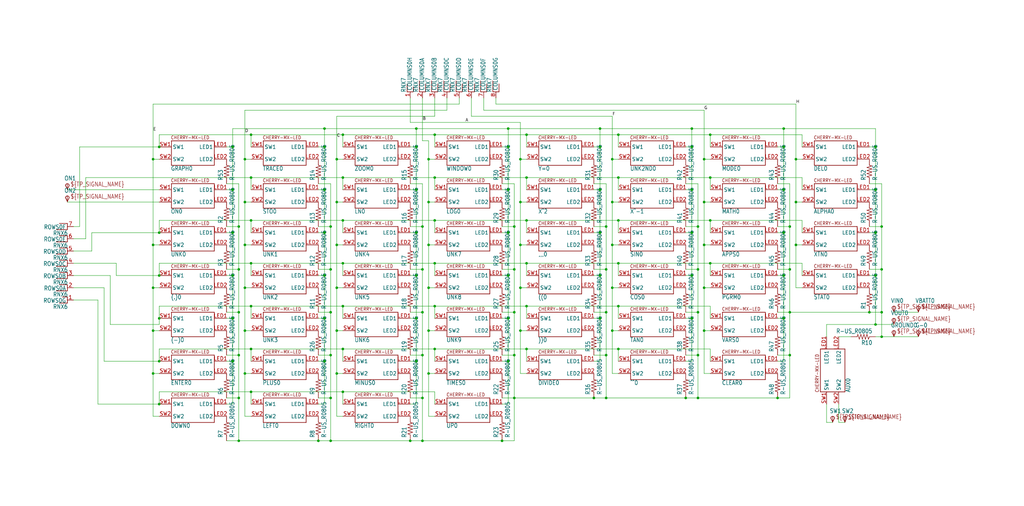
<source format=kicad_sch>
(kicad_sch (version 20250114) (generator "eeschema") (generator_version "9.0")
  (paper "User" 424.84 210.007)
  (junction (at 218.44 91.44))
  (junction (at 142.24 144.78))
  (junction (at 63.5 101.6))
  (junction (at 210.82 114.3))
  (junction (at 172.72 60.96))
  (junction (at 137.16 147.32))
  (junction (at 210.82 132.08))
  (junction (at 322.58 165.1))
  (junction (at 180.34 144.78))
  (junction (at 104.14 144.78))
  (junction (at 175.26 182.88))
  (junction (at 101.6 154.94))
  (junction (at 134.62 114.3))
  (junction (at 294.64 91.44))
  (junction (at 251.46 111.76))
  (junction (at 330.2 83.82))
  (junction (at 256.54 109.22))
  (junction (at 254 137.16))
  (junction (at 96.52 78.74))
  (junction (at 289.56 147.32))
  (junction (at 134.62 96.52))
  (junction (at 213.36 147.32))
  (junction (at 96.52 60.96))
  (junction (at 63.5 154.94))
  (junction (at 96.52 96.52))
  (junction (at 363.22 60.96))
  (junction (at 251.46 147.32))
  (junction (at 210.82 96.52))
  (junction (at 294.64 55.88))
  (junction (at 218.44 109.22))
  (junction (at 327.66 129.54))
  (junction (at 325.12 96.52))
  (junction (at 292.1 137.16))
  (junction (at 99.06 165.1))
  (junction (at 134.62 149.86))
  (junction (at 99.06 182.88))
  (junction (at 365.76 93.98))
  (junction (at 363.22 96.52))
  (junction (at 99.06 147.32))
  (junction (at 66.04 60.96))
  (junction (at 215.9 137.16))
  (junction (at 104.14 109.22))
  (junction (at 208.28 182.88))
  (junction (at 325.12 78.74))
  (junction (at 175.26 129.54))
  (junction (at 210.82 78.74))
  (junction (at 292.1 83.82))
  (junction (at 139.7 83.82))
  (junction (at 256.54 91.44))
  (junction (at 139.7 66.04))
  (junction (at 175.26 93.98))
  (junction (at 330.2 101.6))
  (junction (at 289.56 165.1))
  (junction (at 213.36 129.54))
  (junction (at 172.72 78.74))
  (junction (at 292.1 66.04))
  (junction (at 325.12 60.96))
  (junction (at 96.52 132.08))
  (junction (at 325.12 114.3))
  (junction (at 175.26 147.32))
  (junction (at 137.16 129.54))
  (junction (at 142.24 73.66))
  (junction (at 139.7 154.94))
  (junction (at 99.06 129.54))
  (junction (at 134.62 132.08))
  (junction (at 134.62 60.96))
  (junction (at 139.7 119.38))
  (junction (at 96.52 149.86))
  (junction (at 137.16 93.98))
  (junction (at 287.02 96.52))
  (junction (at 99.06 111.76))
  (junction (at 248.92 53.34))
  (junction (at 99.06 93.98))
  (junction (at 254 101.6))
  (junction (at 137.16 165.1))
  (junction (at 66.04 96.52))
  (junction (at 248.92 96.52))
  (junction (at 251.46 129.54))
  (junction (at 248.92 114.3))
  (junction (at 104.14 162.56))
  (junction (at 365.76 139.7))
  (junction (at 218.44 127))
  (junction (at 215.9 101.6))
  (junction (at 289.56 111.76))
  (junction (at 180.34 109.22))
  (junction (at 172.72 96.52))
  (junction (at 63.5 66.04))
  (junction (at 254 119.38))
  (junction (at 142.24 127))
  (junction (at 101.6 101.6))
  (junction (at 175.26 165.1))
  (junction (at 289.56 93.98))
  (junction (at 327.66 93.98))
  (junction (at 215.9 119.38))
  (junction (at 327.66 111.76))
  (junction (at 177.8 101.6))
  (junction (at 363.22 114.3))
  (junction (at 101.6 66.04))
  (junction (at 177.8 66.04))
  (junction (at 213.36 111.76))
  (junction (at 256.54 73.66))
  (junction (at 180.34 127))
  (junction (at 180.34 91.44))
  (junction (at 180.34 55.88))
  (junction (at 287.02 60.96))
  (junction (at 177.8 83.82))
  (junction (at 177.8 119.38))
  (junction (at 213.36 165.1))
  (junction (at 251.46 93.98))
  (junction (at 294.64 109.22))
  (junction (at 142.24 55.88))
  (junction (at 134.62 53.34))
  (junction (at 210.82 53.34))
  (junction (at 365.76 129.54))
  (junction (at 287.02 78.74))
  (junction (at 215.9 83.82))
  (junction (at 363.22 78.74))
  (junction (at 132.08 182.88))
  (junction (at 218.44 73.66))
  (junction (at 215.9 66.04))
  (junction (at 248.92 60.96))
  (junction (at 172.72 132.08))
  (junction (at 289.56 129.54))
  (junction (at 66.04 132.08))
  (junction (at 66.04 167.64))
  (junction (at 256.54 127))
  (junction (at 325.12 53.34))
  (junction (at 210.82 60.96))
  (junction (at 139.7 101.6))
  (junction (at 177.8 137.16))
  (junction (at 96.52 114.3))
  (junction (at 177.8 154.94))
  (junction (at 248.92 78.74))
  (junction (at 101.6 83.82))
  (junction (at 170.18 182.88))
  (junction (at 292.1 101.6))
  (junction (at 175.26 111.76))
  (junction (at 360.68 129.54))
  (junction (at 139.7 137.16))
  (junction (at 142.24 109.22))
  (junction (at 101.6 137.16))
  (junction (at 256.54 55.88))
  (junction (at 137.16 182.88))
  (junction (at 172.72 114.3))
  (junction (at 330.2 66.04))
  (junction (at 210.82 149.86))
  (junction (at 218.44 55.88))
  (junction (at 325.12 132.08))
  (junction (at 66.04 114.3))
  (junction (at 63.5 119.38))
  (junction (at 292.1 119.38))
  (junction (at 327.66 147.32))
  (junction (at 256.54 144.78))
  (junction (at 246.38 165.1))
  (junction (at 284.48 165.1))
  (junction (at 104.14 127))
  (junction (at 180.34 73.66))
  (junction (at 287.02 132.08))
  (junction (at 66.04 149.86))
  (junction (at 101.6 119.38))
  (junction (at 104.14 55.88))
  (junction (at 142.24 162.56))
  (junction (at 254 83.82))
  (junction (at 134.62 78.74))
  (junction (at 172.72 53.34))
  (junction (at 142.24 91.44))
  (junction (at 363.22 134.62))
  (junction (at 63.5 137.16))
  (junction (at 213.36 93.98))
  (junction (at 287.02 53.34))
  (junction (at 365.76 111.76))
  (junction (at 287.02 114.3))
  (junction (at 248.92 132.08))
  (junction (at 104.14 73.66))
  (junction (at 218.44 144.78))
  (junction (at 294.64 73.66))
  (junction (at 254 66.04))
  (junction (at 251.46 165.1))
  (junction (at 137.16 111.76))
  (junction (at 104.14 91.44))
  (junction (at 172.72 149.86))
  (wire (pts (xy 325.12 60.96) (xy 322.58 60.96)) (stroke (width 0.1524)))
  (wire (pts (xy 142.24 55.88) (xy 142.24 60.96)) (stroke (width 0.1524)))
  (wire (pts (xy 210.82 132.08) (xy 210.82 149.86)) (stroke (width 0.1524)))
  (wire (pts (xy 139.7 154.94) (xy 139.7 172.72)) (stroke (width 0.1524)))
  (wire (pts (xy 175.26 93.98) (xy 170.18 93.98)) (stroke (width 0.1524)))
  (wire (pts (xy 180.34 162.56) (xy 180.34 167.64)) (stroke (width 0.1524)))
  (wire (pts (xy 213.36 182.88) (xy 213.36 165.1)) (stroke (width 0.1524)))
  (wire (pts (xy 251.46 129.54) (xy 246.38 129.54)) (stroke (width 0.1524)))
  (wire (pts (xy 137.16 165.1) (xy 137.16 182.88)) (stroke (width 0.1524)))
  (wire (pts (xy 99.06 76.2) (xy 99.06 93.98)) (stroke (width 0.1524)))
  (wire (pts (xy 43.18 119.38) (xy 30.48 119.38)) (stroke (width 0.1524)))
  (wire (pts (xy 180.34 55.88) (xy 218.44 55.88)) (stroke (width 0.1524)))
  (wire (pts (xy 360.68 60.96) (xy 363.22 60.96)) (stroke (width 0.1524)))
  (wire (pts (xy 96.52 149.86) (xy 96.52 132.08)) (stroke (width 0.1524)))
  (wire (pts (xy 215.9 137.16) (xy 218.44 137.16)) (stroke (width 0.1524)))
  (wire (pts (xy 172.72 78.74) (xy 172.72 60.96)) (stroke (width 0.1524)))
  (wire (pts (xy 96.52 132.08) (xy 96.52 114.3)) (stroke (width 0.1524)))
  (wire (pts (xy 63.5 101.6) (xy 63.5 119.38)) (stroke (width 0.1524)))
  (wire (pts (xy 66.04 60.96) (xy 66.04 55.88)) (stroke (width 0.1524)))
  (wire (pts (xy 256.54 55.88) (xy 256.54 60.96)) (stroke (width 0.1524)))
  (wire (pts (xy 330.2 101.6) (xy 330.2 119.38)) (stroke (width 0.1524)))
  (wire (pts (xy 134.62 132.08) (xy 132.08 132.08)) (stroke (width 0.1524)))
  (wire (pts (xy 63.5 119.38) (xy 63.5 137.16)) (stroke (width 0.1524)))
  (wire (pts (xy 96.52 149.86) (xy 93.98 149.86)) (stroke (width 0.1524)))
  (wire (pts (xy 142.24 127) (xy 142.24 132.08)) (stroke (width 0.1524)))
  (wire (pts (xy 177.8 66.04) (xy 177.8 58.42)) (stroke (width 0.1524)))
  (wire (pts (xy 327.66 165.1) (xy 322.58 165.1)) (stroke (width 0.1524)))
  (wire (pts (xy 365.76 129.54) (xy 365.76 111.76)) (stroke (width 0.1524)))
  (wire (pts (xy 180.34 109.22) (xy 180.34 114.3)) (stroke (width 0.1524)))
  (wire (pts (xy 66.04 109.22) (xy 104.14 109.22)) (stroke (width 0.1524)))
  (wire (pts (xy 256.54 55.88) (xy 294.64 55.88)) (stroke (width 0.1524)))
  (wire (pts (xy 287.02 132.08) (xy 284.48 132.08)) (stroke (width 0.1524)))
  (wire (pts (xy 213.36 111.76) (xy 208.28 111.76)) (stroke (width 0.1524)))
  (wire (pts (xy 215.9 66.04) (xy 215.9 83.82)) (stroke (width 0.1524)))
  (wire (pts (xy 139.7 83.82) (xy 142.24 83.82)) (stroke (width 0.1524)))
  (wire (pts (xy 180.34 55.88) (xy 180.34 60.96)) (stroke (width 0.1524)))
  (wire (pts (xy 177.8 172.72) (xy 180.34 172.72)) (stroke (width 0.1524)))
  (wire (pts (xy 363.22 96.52) (xy 360.68 96.52)) (stroke (width 0.1524)))
  (wire (pts (xy 330.2 83.82) (xy 332.74 83.82)) (stroke (width 0.1524)))
  (wire (pts (xy 218.44 73.66) (xy 256.54 73.66)) (stroke (width 0.1524)))
  (wire (pts (xy 251.46 111.76) (xy 251.46 129.54)) (stroke (width 0.1524)))
  (wire (pts (xy 325.12 149.86) (xy 325.12 132.08)) (stroke (width 0.1524)))
  (wire (pts (xy 205.74 43.18) (xy 205.74 40.64)) (stroke (width 0.1524)))
  (wire (pts (xy 137.16 93.98) (xy 132.08 93.98)) (stroke (width 0.1524)))
  (wire (pts (xy 139.7 137.16) (xy 139.7 154.94)) (stroke (width 0.1524)))
  (wire (pts (xy 180.34 144.78) (xy 218.44 144.78)) (stroke (width 0.1524)))
  (wire (pts (xy 134.62 96.52) (xy 134.62 114.3)) (stroke (width 0.1524)))
  (wire (pts (xy 96.52 96.52) (xy 96.52 78.74)) (stroke (width 0.1524)))
  (wire (pts (xy 170.18 167.64) (xy 172.72 167.64)) (stroke (width 0.1524)))
  (wire (pts (xy 256.54 73.66) (xy 256.54 78.74)) (stroke (width 0.1524)))
  (wire (pts (xy 289.56 129.54) (xy 289.56 111.76)) (stroke (width 0.1524)))
  (wire (pts (xy 294.64 91.44) (xy 294.64 96.52)) (stroke (width 0.1524)))
  (wire (pts (xy 177.8 137.16) (xy 180.34 137.16)) (stroke (width 0.1524)))
  (wire (pts (xy 251.46 93.98) (xy 246.38 93.98)) (stroke (width 0.1524)))
  (wire (pts (xy 104.14 55.88) (xy 104.14 60.96)) (stroke (width 0.1524)))
  (wire (pts (xy 66.04 132.08) (xy 66.04 134.62)) (stroke (width 0.1524)))
  (wire (pts (xy 177.8 154.94) (xy 177.8 172.72)) (stroke (width 0.1524)))
  (wire (pts (xy 200.66 45.72) (xy 200.66 40.64)) (stroke (width 0.1524)))
  (wire (pts (xy 289.56 165.1) (xy 289.56 147.32)) (stroke (width 0.1524)))
  (wire (pts (xy 63.5 137.16) (xy 66.04 137.16)) (stroke (width 0.1524)))
  (wire (pts (xy 99.06 165.1) (xy 99.06 182.88)) (stroke (width 0.1524)))
  (wire (pts (xy 177.8 83.82) (xy 177.8 101.6)) (stroke (width 0.1524)))
  (wire (pts (xy 180.34 73.66) (xy 218.44 73.66)) (stroke (width 0.1524)))
  (wire (pts (xy 137.16 147.32) (xy 137.16 165.1)) (stroke (width 0.1524)))
  (wire (pts (xy 330.2 43.18) (xy 205.74 43.18)) (stroke (width 0.1524)))
  (wire (pts (xy 256.54 91.44) (xy 294.64 91.44)) (stroke (width 0.1524)))
  (wire (pts (xy 172.72 114.3) (xy 172.72 96.52)) (stroke (width 0.1524)))
  (wire (pts (xy 137.16 93.98) (xy 137.16 111.76)) (stroke (width 0.1524)))
  (wire (pts (xy 292.1 137.16) (xy 294.64 137.16)) (stroke (width 0.1524)))
  (wire (pts (xy 137.16 182.88) (xy 170.18 182.88)) (stroke (width 0.1524)))
  (wire (pts (xy 256.54 66.04) (xy 254 66.04)) (stroke (width 0.1524)))
  (wire (pts (xy 215.9 50.8) (xy 170.18 50.8)) (stroke (width 0.1524)))
  (wire (pts (xy 134.62 114.3) (xy 134.62 132.08)) (stroke (width 0.1524)))
  (wire (pts (xy 139.7 48.26) (xy 180.34 48.26)) (stroke (width 0.1524)))
  (wire (pts (xy 218.44 91.44) (xy 218.44 96.52)) (stroke (width 0.1524)))
  (wire (pts (xy 101.6 101.6) (xy 101.6 119.38)) (stroke (width 0.1524)))
  (wire (pts (xy 177.8 101.6) (xy 177.8 119.38)) (stroke (width 0.1524)))
  (wire (pts (xy 248.92 149.86) (xy 248.92 132.08)) (stroke (width 0.1524)))
  (wire (pts (xy 63.5 172.72) (xy 66.04 172.72)) (stroke (width 0.1524)))
  (wire (pts (xy 101.6 137.16) (xy 101.6 154.94)) (stroke (width 0.1524)))
  (wire (pts (xy 325.12 53.34) (xy 325.12 60.96)) (stroke (width 0.1524)))
  (wire (pts (xy 363.22 139.7) (xy 365.76 139.7)) (stroke (width 0.1524)))
  (wire (pts (xy 172.72 132.08) (xy 172.72 114.3)) (stroke (width 0.1524)))
  (wire (pts (xy 325.12 114.3) (xy 322.58 114.3)) (stroke (width 0.1524)))
  (wire (pts (xy 175.26 93.98) (xy 175.26 111.76)) (stroke (width 0.1524)))
  (wire (pts (xy 66.04 91.44) (xy 104.14 91.44)) (stroke (width 0.1524)))
  (wire (pts (xy 363.22 78.74) (xy 360.68 78.74)) (stroke (width 0.1524)))
  (wire (pts (xy 210.82 149.86) (xy 210.82 167.64)) (stroke (width 0.1524)))
  (wire (pts (xy 63.5 101.6) (xy 66.04 101.6)) (stroke (width 0.1524)))
  (wire (pts (xy 215.9 83.82) (xy 218.44 83.82)) (stroke (width 0.1524)))
  (wire (pts (xy 104.14 73.66) (xy 104.14 78.74)) (stroke (width 0.1524)))
  (wire (pts (xy 195.58 48.26) (xy 195.58 40.64)) (stroke (width 0.1524)))
  (wire (pts (xy 294.64 144.78) (xy 294.64 149.86)) (stroke (width 0.1524)))
  (wire (pts (xy 63.5 119.38) (xy 66.04 119.38)) (stroke (width 0.1524)))
  (wire (pts (xy 254 101.6) (xy 254 119.38)) (stroke (width 0.1524)))
  (wire (pts (xy 172.72 78.74) (xy 170.18 78.74)) (stroke (width 0.1524)))
  (wire (pts (xy 210.82 149.86) (xy 208.28 149.86)) (stroke (width 0.1524)))
  (wire (pts (xy 347.98 175.26) (xy 347.98 167.64)) (stroke (width 0.1524)))
  (wire (pts (xy 177.8 119.38) (xy 180.34 119.38)) (stroke (width 0.1524)))
  (wire (pts (xy 180.34 73.66) (xy 180.34 78.74)) (stroke (width 0.1524)))
  (wire (pts (xy 330.2 66.04) (xy 330.2 43.18)) (stroke (width 0.1524)))
  (wire (pts (xy 96.52 114.3) (xy 93.98 114.3)) (stroke (width 0.1524)))
  (wire (pts (xy 325.12 114.3) (xy 325.12 96.52)) (stroke (width 0.1524)))
  (wire (pts (xy 48.26 114.3) (xy 48.26 109.22)) (stroke (width 0.1524)))
  (wire (pts (xy 284.48 60.96) (xy 287.02 60.96)) (stroke (width 0.1524)))
  (wire (pts (xy 134.62 53.34) (xy 96.52 53.34)) (stroke (width 0.1524)))
  (wire (pts (xy 101.6 45.72) (xy 185.42 45.72)) (stroke (width 0.1524)))
  (wire (pts (xy 345.44 175.26) (xy 342.9 175.26)) (stroke (width 0.1524)))
  (wire (pts (xy 142.24 109.22) (xy 180.34 109.22)) (stroke (width 0.1524)))
  (wire (pts (xy 172.72 167.64) (xy 172.72 149.86)) (stroke (width 0.1524)))
  (wire (pts (xy 139.7 83.82) (xy 139.7 101.6)) (stroke (width 0.1524)))
  (wire (pts (xy 134.62 60.96) (xy 134.62 78.74)) (stroke (width 0.1524)))
  (wire (pts (xy 134.62 149.86) (xy 132.08 149.86)) (stroke (width 0.1524)))
  (wire (pts (xy 287.02 53.34) (xy 248.92 53.34)) (stroke (width 0.1524)))
  (wire (pts (xy 213.36 165.1) (xy 213.36 147.32)) (stroke (width 0.1524)))
  (wire (pts (xy 325.12 78.74) (xy 325.12 60.96)) (stroke (width 0.1524)))
  (wire (pts (xy 101.6 101.6) (xy 104.14 101.6)) (stroke (width 0.1524)))
  (wire (pts (xy 99.06 93.98) (xy 99.06 111.76)) (stroke (width 0.1524)))
  (wire (pts (xy 213.36 129.54) (xy 208.28 129.54)) (stroke (width 0.1524)))
  (wire (pts (xy 132.08 60.96) (xy 134.62 60.96)) (stroke (width 0.1524)))
  (wire (pts (xy 256.54 127) (xy 256.54 132.08)) (stroke (width 0.1524)))
  (wire (pts (xy 251.46 111.76) (xy 246.38 111.76)) (stroke (width 0.1524)))
  (wire (pts (xy 66.04 149.86) (xy 43.18 149.86)) (stroke (width 0.1524)))
  (wire (pts (xy 137.16 76.2) (xy 137.16 93.98)) (stroke (width 0.1524)))
  (wire (pts (xy 66.04 134.62) (xy 45.72 134.62)) (stroke (width 0.1524)))
  (wire (pts (xy 99.06 182.88) (xy 132.08 182.88)) (stroke (width 0.1524)))
  (wire (pts (xy 292.1 83.82) (xy 292.1 101.6)) (stroke (width 0.1524)))
  (wire (pts (xy 332.74 91.44) (xy 332.74 96.52)) (stroke (width 0.1524)))
  (wire (pts (xy 254 137.16) (xy 254 154.94)) (stroke (width 0.1524)))
  (wire (pts (xy 218.44 73.66) (xy 218.44 78.74)) (stroke (width 0.1524)))
  (wire (pts (xy 254 83.82) (xy 256.54 83.82)) (stroke (width 0.1524)))
  (wire (pts (xy 289.56 93.98) (xy 284.48 93.98)) (stroke (width 0.1524)))
  (wire (pts (xy 134.62 53.34) (xy 134.62 60.96)) (stroke (width 0.1524)))
  (wire (pts (xy 248.92 60.96) (xy 248.92 78.74)) (stroke (width 0.1524)))
  (wire (pts (xy 292.1 137.16) (xy 292.1 154.94)) (stroke (width 0.1524)))
  (wire (pts (xy 137.16 111.76) (xy 137.16 129.54)) (stroke (width 0.1524)))
  (wire (pts (xy 289.56 165.1) (xy 322.58 165.1)) (stroke (width 0.1524)))
  (wire (pts (xy 175.26 129.54) (xy 170.18 129.54)) (stroke (width 0.1524)))
  (wire (pts (xy 287.02 132.08) (xy 287.02 149.86)) (stroke (width 0.1524)))
  (wire (pts (xy 248.92 132.08) (xy 248.92 114.3)) (stroke (width 0.1524)))
  (wire (pts (xy 177.8 101.6) (xy 180.34 101.6)) (stroke (width 0.1524)))
  (wire (pts (xy 208.28 60.96) (xy 210.82 60.96)) (stroke (width 0.1524)))
  (wire (pts (xy 101.6 83.82) (xy 101.6 101.6)) (stroke (width 0.1524)))
  (wire (pts (xy 66.04 149.86) (xy 66.04 144.78)) (stroke (width 0.1524)))
  (wire (pts (xy 289.56 76.2) (xy 284.48 76.2)) (stroke (width 0.1524)))
  (wire (pts (xy 210.82 53.34) (xy 172.72 53.34)) (stroke (width 0.1524)))
  (wire (pts (xy 177.8 154.94) (xy 180.34 154.94)) (stroke (width 0.1524)))
  (wire (pts (xy 294.64 127) (xy 294.64 132.08)) (stroke (width 0.1524)))
  (wire (pts (xy 363.22 114.3) (xy 363.22 134.62)) (stroke (width 0.1524)))
  (wire (pts (xy 256.54 109.22) (xy 294.64 109.22)) (stroke (width 0.1524)))
  (wire (pts (xy 172.72 149.86) (xy 170.18 149.86)) (stroke (width 0.1524)))
  (wire (pts (xy 66.04 162.56) (xy 104.14 162.56)) (stroke (width 0.1524)))
  (wire (pts (xy 137.16 129.54) (xy 132.08 129.54)) (stroke (width 0.1524)))
  (wire (pts (xy 251.46 76.2) (xy 251.46 93.98)) (stroke (width 0.1524)))
  (wire (pts (xy 175.26 111.76) (xy 175.26 129.54)) (stroke (width 0.1524)))
  (wire (pts (xy 172.72 114.3) (xy 170.18 114.3)) (stroke (width 0.1524)))
  (wire (pts (xy 101.6 83.82) (xy 104.14 83.82)) (stroke (width 0.1524)))
  (wire (pts (xy 218.44 144.78) (xy 256.54 144.78)) (stroke (width 0.1524)))
  (wire (pts (xy 134.62 114.3) (xy 132.08 114.3)) (stroke (width 0.1524)))
  (wire (pts (xy 292.1 119.38) (xy 294.64 119.38)) (stroke (width 0.1524)))
  (wire (pts (xy 251.46 93.98) (xy 251.46 111.76)) (stroke (width 0.1524)))
  (wire (pts (xy 172.72 96.52) (xy 170.18 96.52)) (stroke (width 0.1524)))
  (wire (pts (xy 93.98 76.2) (xy 99.06 76.2)) (stroke (width 0.1524)))
  (wire (pts (xy 218.44 91.44) (xy 256.54 91.44)) (stroke (width 0.1524)))
  (wire (pts (xy 35.56 99.06) (xy 30.48 99.06)) (stroke (width 0.1524)))
  (wire (pts (xy 172.72 149.86) (xy 172.72 132.08)) (stroke (width 0.1524)))
  (wire (pts (xy 294.64 73.66) (xy 332.74 73.66)) (stroke (width 0.1524)))
  (wire (pts (xy 101.6 154.94) (xy 101.6 172.72)) (stroke (width 0.1524)))
  (wire (pts (xy 66.04 96.52) (xy 66.04 91.44)) (stroke (width 0.1524)))
  (wire (pts (xy 254 48.26) (xy 195.58 48.26)) (stroke (width 0.1524)))
  (wire (pts (xy 33.02 60.96) (xy 33.02 93.98)) (stroke (width 0.1524)))
  (wire (pts (xy 215.9 137.16) (xy 215.9 154.94)) (stroke (width 0.1524)))
  (wire (pts (xy 45.72 134.62) (xy 45.72 114.3)) (stroke (width 0.1524)))
  (wire (pts (xy 213.36 93.98) (xy 208.28 93.98)) (stroke (width 0.1524)))
  (wire (pts (xy 48.26 109.22) (xy 30.48 109.22)) (stroke (width 0.1524)))
  (wire (pts (xy 175.26 182.88) (xy 170.18 182.88)) (stroke (width 0.1524)))
  (wire (pts (xy 325.12 96.52) (xy 325.12 78.74)) (stroke (width 0.1524)))
  (wire (pts (xy 287.02 78.74) (xy 284.48 78.74)) (stroke (width 0.1524)))
  (wire (pts (xy 134.62 132.08) (xy 134.62 149.86)) (stroke (width 0.1524)))
  (wire (pts (xy 210.82 53.34) (xy 210.82 60.96)) (stroke (width 0.1524)))
  (wire (pts (xy 40.64 167.64) (xy 40.64 124.46)) (stroke (width 0.1524)))
  (wire (pts (xy 254 137.16) (xy 256.54 137.16)) (stroke (width 0.1524)))
  (wire (pts (xy 96.52 114.3) (xy 96.52 96.52)) (stroke (width 0.1524)))
  (wire (pts (xy 254 66.04) (xy 254 83.82)) (stroke (width 0.1524)))
  (wire (pts (xy 66.04 132.08) (xy 66.04 127)) (stroke (width 0.1524)))
  (wire (pts (xy 248.92 96.52) (xy 246.38 96.52)) (stroke (width 0.1524)))
  (wire (pts (xy 180.34 127) (xy 218.44 127)) (stroke (width 0.1524)))
  (wire (pts (xy 342.9 139.7) (xy 342.9 134.62)) (stroke (width 0.1524)))
  (wire (pts (xy 363.22 53.34) (xy 325.12 53.34)) (stroke (width 0.1524)))
  (wire (pts (xy 139.7 66.04) (xy 139.7 83.82)) (stroke (width 0.1524)))
  (wire (pts (xy 327.66 129.54) (xy 327.66 147.32)) (stroke (width 0.1524)))
  (wire (pts (xy 35.56 73.66) (xy 104.14 73.66)) (stroke (width 0.1524)))
  (wire (pts (xy 363.22 96.52) (xy 363.22 114.3)) (stroke (width 0.1524)))
  (wire (pts (xy 294.64 109.22) (xy 332.74 109.22)) (stroke (width 0.1524)))
  (wire (pts (xy 210.82 114.3) (xy 210.82 132.08)) (stroke (width 0.1524)))
  (wire (pts (xy 175.26 147.32) (xy 175.26 165.1)) (stroke (width 0.1524)))
  (wire (pts (xy 104.14 127) (xy 142.24 127)) (stroke (width 0.1524)))
  (wire (pts (xy 332.74 66.04) (xy 330.2 66.04)) (stroke (width 0.1524)))
  (wire (pts (xy 63.5 43.18) (xy 190.5 43.18)) (stroke (width 0.1524)))
  (wire (pts (xy 172.72 53.34) (xy 172.72 60.96)) (stroke (width 0.1524)))
  (wire (pts (xy 251.46 147.32) (xy 246.38 147.32)) (stroke (width 0.1524)))
  (wire (pts (xy 177.8 137.16) (xy 177.8 154.94)) (stroke (width 0.1524)))
  (wire (pts (xy 96.52 60.96) (xy 93.98 60.96)) (stroke (width 0.1524)))
  (wire (pts (xy 342.9 134.62) (xy 363.22 134.62)) (stroke (width 0.1524)))
  (wire (pts (xy 365.76 111.76) (xy 360.68 111.76)) (stroke (width 0.1524)))
  (wire (pts (xy 96.52 53.34) (xy 96.52 60.96)) (stroke (width 0.1524)))
  (wire (pts (xy 96.52 78.74) (xy 93.98 78.74)) (stroke (width 0.1524)))
  (wire (pts (xy 215.9 101.6) (xy 215.9 119.38)) (stroke (width 0.1524)))
  (wire (pts (xy 101.6 137.16) (xy 104.14 137.16)) (stroke (width 0.1524)))
  (wire (pts (xy 294.64 73.66) (xy 294.64 78.74)) (stroke (width 0.1524)))
  (wire (pts (xy 175.26 58.42) (xy 175.26 40.64)) (stroke (width 0.1524)))
  (wire (pts (xy 256.54 127) (xy 294.64 127)) (stroke (width 0.1524)))
  (wire (pts (xy 370.84 134.62) (xy 363.22 134.62)) (stroke (width 0.1524)))
  (wire (pts (xy 172.72 60.96) (xy 170.18 60.96)) (stroke (width 0.1524)))
  (wire (pts (xy 172.72 132.08) (xy 170.18 132.08)) (stroke (width 0.1524)))
  (wire (pts (xy 33.02 93.98) (xy 30.48 93.98)) (stroke (width 0.1524)))
  (wire (pts (xy 327.66 111.76) (xy 327.66 129.54)) (stroke (width 0.1524)))
  (wire (pts (xy 66.04 114.3) (xy 66.04 109.22)) (stroke (width 0.1524)))
  (wire (pts (xy 142.24 73.66) (xy 180.34 73.66)) (stroke (width 0.1524)))
  (wire (pts (xy 185.42 45.72) (xy 185.42 40.64)) (stroke (width 0.1524)))
  (wire (pts (xy 287.02 60.96) (xy 287.02 78.74)) (stroke (width 0.1524)))
  (wire (pts (xy 99.06 147.32) (xy 93.98 147.32)) (stroke (width 0.1524)))
  (wire (pts (xy 172.72 53.34) (xy 134.62 53.34)) (stroke (width 0.1524)))
  (wire (pts (xy 172.72 96.52) (xy 172.72 78.74)) (stroke (width 0.1524)))
  (wire (pts (xy 365.76 93.98) (xy 365.76 76.2)) (stroke (width 0.1524)))
  (wire (pts (xy 142.24 91.44) (xy 142.24 96.52)) (stroke (width 0.1524)))
  (wire (pts (xy 99.06 111.76) (xy 93.98 111.76)) (stroke (width 0.1524)))
  (wire (pts (xy 289.56 147.32) (xy 289.56 129.54)) (stroke (width 0.1524)))
  (wire (pts (xy 93.98 167.64) (xy 96.52 167.64)) (stroke (width 0.1524)))
  (wire (pts (xy 142.24 55.88) (xy 180.34 55.88)) (stroke (width 0.1524)))
  (wire (pts (xy 254 154.94) (xy 256.54 154.94)) (stroke (width 0.1524)))
  (wire (pts (xy 96.52 78.74) (xy 96.52 60.96)) (stroke (width 0.1524)))
  (wire (pts (xy 251.46 147.32) (xy 251.46 165.1)) (stroke (width 0.1524)))
  (wire (pts (xy 246.38 60.96) (xy 248.92 60.96)) (stroke (width 0.1524)))
  (wire (pts (xy 101.6 154.94) (xy 104.14 154.94)) (stroke (width 0.1524)))
  (wire (pts (xy 139.7 172.72) (xy 142.24 172.72)) (stroke (width 0.1524)))
  (wire (pts (xy 363.22 78.74) (xy 363.22 96.52)) (stroke (width 0.1524)))
  (wire (pts (xy 63.5 66.04) (xy 63.5 43.18)) (stroke (width 0.1524)))
  (wire (pts (xy 246.38 149.86) (xy 248.92 149.86)) (stroke (width 0.1524)))
  (wire (pts (xy 137.16 129.54) (xy 137.16 147.32)) (stroke (width 0.1524)))
  (wire (pts (xy 104.14 162.56) (xy 104.14 167.64)) (stroke (width 0.1524)))
  (wire (pts (xy 104.14 144.78) (xy 104.14 149.86)) (stroke (width 0.1524)))
  (wire (pts (xy 99.06 182.88) (xy 93.98 182.88)) (stroke (width 0.1524)))
  (wire (pts (xy 180.34 91.44) (xy 180.34 96.52)) (stroke (width 0.1524)))
  (wire (pts (xy 99.06 165.1) (xy 93.98 165.1)) (stroke (width 0.1524)))
  (wire (pts (xy 139.7 101.6) (xy 139.7 119.38)) (stroke (width 0.1524)))
  (wire (pts (xy 256.54 91.44) (xy 256.54 96.52)) (stroke (width 0.1524)))
  (wire (pts (xy 322.58 76.2) (xy 327.66 76.2)) (stroke (width 0.1524)))
  (wire (pts (xy 142.24 127) (xy 180.34 127)) (stroke (width 0.1524)))
  (wire (pts (xy 254 83.82) (xy 254 101.6)) (stroke (width 0.1524)))
  (wire (pts (xy 287.02 96.52) (xy 287.02 114.3)) (stroke (width 0.1524)))
  (wire (pts (xy 134.62 96.52) (xy 132.08 96.52)) (stroke (width 0.1524)))
  (wire (pts (xy 177.8 119.38) (xy 177.8 137.16)) (stroke (width 0.1524)))
  (wire (pts (xy 218.44 109.22) (xy 256.54 109.22)) (stroke (width 0.1524)))
  (wire (pts (xy 96.52 167.64) (xy 96.52 149.86)) (stroke (width 0.1524)))
  (wire (pts (xy 365.76 139.7) (xy 365.76 129.54)) (stroke (width 0.1524)))
  (wire (pts (xy 287.02 78.74) (xy 287.02 96.52)) (stroke (width 0.1524)))
  (wire (pts (xy 327.66 76.2) (xy 327.66 93.98)) (stroke (width 0.1524)))
  (wire (pts (xy 104.14 162.56) (xy 142.24 162.56)) (stroke (width 0.1524)))
  (wire (pts (xy 330.2 119.38) (xy 332.74 119.38)) (stroke (width 0.1524)))
  (wire (pts (xy 289.56 129.54) (xy 284.48 129.54)) (stroke (width 0.1524)))
  (wire (pts (xy 210.82 114.3) (xy 208.28 114.3)) (stroke (width 0.1524)))
  (wire (pts (xy 170.18 50.8) (xy 170.18 40.64)) (stroke (width 0.1524)))
  (wire (pts (xy 218.44 109.22) (xy 218.44 114.3)) (stroke (width 0.1524)))
  (wire (pts (xy 104.14 55.88) (xy 142.24 55.88)) (stroke (width 0.1524)))
  (wire (pts (xy 40.64 124.46) (xy 30.48 124.46)) (stroke (width 0.1524)))
  (wire (pts (xy 190.5 43.18) (xy 190.5 40.64)) (stroke (width 0.1524)))
  (wire (pts (xy 254 119.38) (xy 254 137.16)) (stroke (width 0.1524)))
  (wire (pts (xy 294.64 91.44) (xy 332.74 91.44)) (stroke (width 0.1524)))
  (wire (pts (xy 246.38 76.2) (xy 251.46 76.2)) (stroke (width 0.1524)))
  (wire (pts (xy 287.02 149.86) (xy 284.48 149.86)) (stroke (width 0.1524)))
  (wire (pts (xy 289.56 93.98) (xy 289.56 76.2)) (stroke (width 0.1524)))
  (wire (pts (xy 322.58 149.86) (xy 325.12 149.86)) (stroke (width 0.1524)))
  (wire (pts (xy 294.64 55.88) (xy 294.64 60.96)) (stroke (width 0.1524)))
  (wire (pts (xy 294.64 109.22) (xy 294.64 114.3)) (stroke (width 0.1524)))
  (wire (pts (xy 142.24 91.44) (xy 180.34 91.44)) (stroke (width 0.1524)))
  (wire (pts (xy 104.14 91.44) (xy 104.14 96.52)) (stroke (width 0.1524)))
  (wire (pts (xy 330.2 101.6) (xy 332.74 101.6)) (stroke (width 0.1524)))
  (wire (pts (xy 213.36 165.1) (xy 208.28 165.1)) (stroke (width 0.1524)))
  (wire (pts (xy 251.46 129.54) (xy 251.46 147.32)) (stroke (width 0.1524)))
  (wire (pts (xy 66.04 55.88) (xy 104.14 55.88)) (stroke (width 0.1524)))
  (wire (pts (xy 218.44 144.78) (xy 218.44 149.86)) (stroke (width 0.1524)))
  (wire (pts (xy 292.1 66.04) (xy 292.1 45.72)) (stroke (width 0.1524)))
  (wire (pts (xy 365.76 139.7) (xy 381 139.7)) (stroke (width 0.1524)))
  (wire (pts (xy 134.62 78.74) (xy 134.62 96.52)) (stroke (width 0.1524)))
  (wire (pts (xy 101.6 66.04) (xy 101.6 83.82)) (stroke (width 0.1524)))
  (wire (pts (xy 99.06 111.76) (xy 99.06 129.54)) (stroke (width 0.1524)))
  (wire (pts (xy 99.06 147.32) (xy 99.06 165.1)) (stroke (width 0.1524)))
  (wire (pts (xy 254 101.6) (xy 256.54 101.6)) (stroke (width 0.1524)))
  (wire (pts (xy 175.26 182.88) (xy 208.28 182.88)) (stroke (width 0.1524)))
  (wire (pts (xy 180.34 48.26) (xy 180.34 40.64)) (stroke (width 0.1524)))
  (wire (pts (xy 284.48 165.1) (xy 289.56 165.1)) (stroke (width 0.1524)))
  (wire (pts (xy 254 119.38) (xy 256.54 119.38)) (stroke (width 0.1524)))
  (wire (pts (xy 363.22 60.96) (xy 363.22 78.74)) (stroke (width 0.1524)))
  (wire (pts (xy 365.76 111.76) (xy 365.76 93.98)) (stroke (width 0.1524)))
  (wire (pts (xy 248.92 114.3) (xy 248.92 96.52)) (stroke (width 0.1524)))
  (wire (pts (xy 142.24 162.56) (xy 142.24 167.64)) (stroke (width 0.1524)))
  (wire (pts (xy 99.06 129.54) (xy 93.98 129.54)) (stroke (width 0.1524)))
  (wire (pts (xy 332.74 55.88) (xy 332.74 60.96)) (stroke (width 0.1524)))
  (wire (pts (xy 96.52 132.08) (xy 93.98 132.08)) (stroke (width 0.1524)))
  (wire (pts (xy 177.8 66.04) (xy 177.8 83.82)) (stroke (width 0.1524)))
  (wire (pts (xy 139.7 119.38) (xy 142.24 119.38)) (stroke (width 0.1524)))
  (wire (pts (xy 248.92 114.3) (xy 246.38 114.3)) (stroke (width 0.1524)))
  (wire (pts (xy 347.98 139.7) (xy 353.06 139.7)) (stroke (width 0.1524)))
  (wire (pts (xy 63.5 154.94) (xy 66.04 154.94)) (stroke (width 0.1524)))
  (wire (pts (xy 289.56 111.76) (xy 289.56 93.98)) (stroke (width 0.1524)))
  (wire (pts (xy 365.76 76.2) (xy 360.68 76.2)) (stroke (width 0.1524)))
  (wire (pts (xy 139.7 101.6) (xy 142.24 101.6)) (stroke (width 0.1524)))
  (wire (pts (xy 175.26 76.2) (xy 175.26 93.98)) (stroke (width 0.1524)))
  (wire (pts (xy 363.22 114.3) (xy 360.68 114.3)) (stroke (width 0.1524)))
  (wire (pts (xy 66.04 66.04) (xy 63.5 66.04)) (stroke (width 0.1524)))
  (wire (pts (xy 218.44 55.88) (xy 256.54 55.88)) (stroke (width 0.1524)))
  (wire (pts (xy 175.26 165.1) (xy 175.26 182.88)) (stroke (width 0.1524)))
  (wire (pts (xy 137.16 182.88) (xy 132.08 182.88)) (stroke (width 0.1524)))
  (wire (pts (xy 294.64 55.88) (xy 332.74 55.88)) (stroke (width 0.1524)))
  (wire (pts (xy 325.12 78.74) (xy 322.58 78.74)) (stroke (width 0.1524)))
  (wire (pts (xy 218.44 55.88) (xy 218.44 60.96)) (stroke (width 0.1524)))
  (wire (pts (xy 325.12 53.34) (xy 287.02 53.34)) (stroke (width 0.1524)))
  (wire (pts (xy 248.92 53.34) (xy 210.82 53.34)) (stroke (width 0.1524)))
  (wire (pts (xy 256.54 109.22) (xy 256.54 114.3)) (stroke (width 0.1524)))
  (wire (pts (xy 256.54 144.78) (xy 256.54 149.86)) (stroke (width 0.1524)))
  (wire (pts (xy 210.82 78.74) (xy 208.28 78.74)) (stroke (width 0.1524)))
  (wire (pts (xy 254 66.04) (xy 254 48.26)) (stroke (width 0.1524)))
  (wire (pts (xy 142.24 66.04) (xy 139.7 66.04)) (stroke (width 0.1524)))
  (wire (pts (xy 213.36 111.76) (xy 213.36 93.98)) (stroke (width 0.1524)))
  (wire (pts (xy 327.66 129.54) (xy 322.58 129.54)) (stroke (width 0.1524)))
  (wire (pts (xy 292.1 66.04) (xy 292.1 83.82)) (stroke (width 0.1524)))
  (wire (pts (xy 251.46 165.1) (xy 284.48 165.1)) (stroke (width 0.1524)))
  (wire (pts (xy 63.5 137.16) (xy 63.5 154.94)) (stroke (width 0.1524)))
  (wire (pts (xy 256.54 73.66) (xy 294.64 73.66)) (stroke (width 0.1524)))
  (wire (pts (xy 210.82 96.52) (xy 210.82 114.3)) (stroke (width 0.1524)))
  (wire (pts (xy 213.36 76.2) (xy 208.28 76.2)) (stroke (width 0.1524)))
  (wire (pts (xy 142.24 73.66) (xy 142.24 78.74)) (stroke (width 0.1524)))
  (wire (pts (xy 142.24 144.78) (xy 142.24 149.86)) (stroke (width 0.1524)))
  (wire (pts (xy 365.76 93.98) (xy 360.68 93.98)) (stroke (width 0.1524)))
  (wire (pts (xy 218.44 66.04) (xy 215.9 66.04)) (stroke (width 0.1524)))
  (wire (pts (xy 66.04 60.96) (xy 33.02 60.96)) (stroke (width 0.1524)))
  (wire (pts (xy 63.5 66.04) (xy 63.5 101.6)) (stroke (width 0.1524)))
  (wire (pts (xy 35.56 73.66) (xy 35.56 99.06)) (stroke (width 0.1524)))
  (wire (pts (xy 215.9 154.94) (xy 218.44 154.94)) (stroke (width 0.1524)))
  (wire (pts (xy 215.9 119.38) (xy 218.44 119.38)) (stroke (width 0.1524)))
  (wire (pts (xy 101.6 119.38) (xy 104.14 119.38)) (stroke (width 0.1524)))
  (wire (pts (xy 287.02 53.34) (xy 287.02 60.96)) (stroke (width 0.1524)))
  (wire (pts (xy 210.82 132.08) (xy 208.28 132.08)) (stroke (width 0.1524)))
  (wire (pts (xy 99.06 129.54) (xy 99.06 147.32)) (stroke (width 0.1524)))
  (wire (pts (xy 292.1 154.94) (xy 294.64 154.94)) (stroke (width 0.1524)))
  (wire (pts (xy 213.36 93.98) (xy 213.36 76.2)) (stroke (width 0.1524)))
  (wire (pts (xy 292.1 119.38) (xy 292.1 137.16)) (stroke (width 0.1524)))
  (wire (pts (xy 218.44 127) (xy 218.44 132.08)) (stroke (width 0.1524)))
  (wire (pts (xy 175.26 111.76) (xy 170.18 111.76)) (stroke (width 0.1524)))
  (wire (pts (xy 101.6 66.04) (xy 101.6 45.72)) (stroke (width 0.1524)))
  (wire (pts (xy 142.24 144.78) (xy 180.34 144.78)) (stroke (width 0.1524)))
  (wire (pts (xy 104.14 109.22) (xy 104.14 114.3)) (stroke (width 0.1524)))
  (wire (pts (xy 332.74 109.22) (xy 332.74 114.3)) (stroke (width 0.1524)))
  (wire (pts (xy 43.18 149.86) (xy 43.18 119.38)) (stroke (width 0.1524)))
  (wire (pts (xy 248.92 96.52) (xy 248.92 78.74)) (stroke (width 0.1524)))
  (wire (pts (xy 66.04 114.3) (xy 48.26 114.3)) (stroke (width 0.1524)))
  (wire (pts (xy 137.16 165.1) (xy 132.08 165.1)) (stroke (width 0.1524)))
  (wire (pts (xy 215.9 83.82) (xy 215.9 101.6)) (stroke (width 0.1524)))
  (wire (pts (xy 289.56 111.76) (xy 284.48 111.76)) (stroke (width 0.1524)))
  (wire (pts (xy 251.46 165.1) (xy 246.38 165.1)) (stroke (width 0.1524)))
  (wire (pts (xy 256.54 144.78) (xy 294.64 144.78)) (stroke (width 0.1524)))
  (wire (pts (xy 287.02 114.3) (xy 284.48 114.3)) (stroke (width 0.1524)))
  (wire (pts (xy 215.9 119.38) (xy 215.9 137.16)) (stroke (width 0.1524)))
  (wire (pts (xy 215.9 66.04) (xy 215.9 50.8)) (stroke (width 0.1524)))
  (wire (pts (xy 134.62 78.74) (xy 132.08 78.74)) (stroke (width 0.1524)))
  (wire (pts (xy 248.92 78.74) (xy 246.38 78.74)) (stroke (width 0.1524)))
  (wire (pts (xy 327.66 111.76) (xy 322.58 111.76)) (stroke (width 0.1524)))
  (wire (pts (xy 175.26 165.1) (xy 170.18 165.1)) (stroke (width 0.1524)))
  (wire (pts (xy 104.14 66.04) (xy 101.6 66.04)) (stroke (width 0.1524)))
  (wire (pts (xy 66.04 127) (xy 104.14 127)) (stroke (width 0.1524)))
  (wire (pts (xy 101.6 172.72) (xy 104.14 172.72)) (stroke (width 0.1524)))
  (wire (pts (xy 175.26 147.32) (xy 170.18 147.32)) (stroke (width 0.1524)))
  (wire (pts (xy 292.1 45.72) (xy 200.66 45.72)) (stroke (width 0.1524)))
  (wire (pts (xy 142.24 109.22) (xy 142.24 114.3)) (stroke (width 0.1524)))
  (wire (pts (xy 66.04 167.64) (xy 66.04 162.56)) (stroke (width 0.1524)))
  (wire (pts (xy 210.82 78.74) (xy 210.82 96.52)) (stroke (width 0.1524)))
  (wire (pts (xy 177.8 58.42) (xy 175.26 58.42)) (stroke (width 0.1524)))
  (wire (pts (xy 292.1 101.6) (xy 292.1 119.38)) (stroke (width 0.1524)))
  (wire (pts (xy 294.64 66.04) (xy 292.1 66.04)) (stroke (width 0.1524)))
  (wire (pts (xy 327.66 93.98) (xy 327.66 111.76)) (stroke (width 0.1524)))
  (wire (pts (xy 330.2 83.82) (xy 330.2 101.6)) (stroke (width 0.1524)))
  (wire (pts (xy 210.82 96.52) (xy 208.28 96.52)) (stroke (width 0.1524)))
  (wire (pts (xy 342.9 175.26) (xy 342.9 167.64)) (stroke (width 0.1524)))
  (wire (pts (xy 139.7 137.16) (xy 142.24 137.16)) (stroke (width 0.1524)))
  (wire (pts (xy 175.26 129.54) (xy 175.26 147.32)) (stroke (width 0.1524)))
  (wire (pts (xy 218.44 127) (xy 256.54 127)) (stroke (width 0.1524)))
  (wire (pts (xy 292.1 101.6) (xy 294.64 101.6)) (stroke (width 0.1524)))
  (wire (pts (xy 99.06 93.98) (xy 93.98 93.98)) (stroke (width 0.1524)))
  (wire (pts (xy 66.04 96.52) (xy 38.1 96.52)) (stroke (width 0.1524)))
  (wire (pts (xy 104.14 144.78) (xy 142.24 144.78)) (stroke (width 0.1524)))
  (wire (pts (xy 38.1 96.52) (xy 38.1 104.14)) (stroke (width 0.1524)))
  (wire (pts (xy 215.9 101.6) (xy 218.44 101.6)) (stroke (width 0.1524)))
  (wire (pts (xy 104.14 127) (xy 104.14 132.08)) (stroke (width 0.1524)))
  (wire (pts (xy 287.02 114.3) (xy 287.02 132.08)) (stroke (width 0.1524)))
  (wire (pts (xy 327.66 129.54) (xy 360.68 129.54)) (stroke (width 0.1524)))
  (wire (pts (xy 180.34 91.44) (xy 218.44 91.44)) (stroke (width 0.1524)))
  (wire (pts (xy 45.72 114.3) (xy 30.48 114.3)) (stroke (width 0.1524)))
  (wire (pts (xy 177.8 83.82) (xy 180.34 83.82)) (stroke (width 0.1524)))
  (wire (pts (xy 360.68 129.54) (xy 365.76 129.54)) (stroke (width 0.1524)))
  (wire (pts (xy 180.34 66.04) (xy 177.8 66.04)) (stroke (width 0.1524)))
  (wire (pts (xy 139.7 119.38) (xy 139.7 137.16)) (stroke (width 0.1524)))
  (wire (pts (xy 63.5 154.94) (xy 63.5 172.72)) (stroke (width 0.1524)))
  (wire (pts (xy 210.82 60.96) (xy 210.82 78.74)) (stroke (width 0.1524)))
  (wire (pts (xy 66.04 83.82) (xy 27.94 83.82)) (stroke (width 0.1524)))
  (wire (pts (xy 139.7 66.04) (xy 139.7 48.26)) (stroke (width 0.1524)))
  (wire (pts (xy 210.82 167.64) (xy 208.28 167.64)) (stroke (width 0.1524)))
  (wire (pts (xy 104.14 109.22) (xy 142.24 109.22)) (stroke (width 0.1524)))
  (wire (pts (xy 208.28 182.88) (xy 213.36 182.88)) (stroke (width 0.1524)))
  (wire (pts (xy 363.22 60.96) (xy 363.22 53.34)) (stroke (width 0.1524)))
  (wire (pts (xy 170.18 76.2) (xy 175.26 76.2)) (stroke (width 0.1524)))
  (wire (pts (xy 27.94 78.74) (xy 66.04 78.74)) (stroke (width 0.1524)))
  (wire (pts (xy 325.12 132.08) (xy 322.58 132.08)) (stroke (width 0.1524)))
  (wire (pts (xy 134.62 167.64) (xy 132.08 167.64)) (stroke (width 0.1524)))
  (wire (pts (xy 330.2 66.04) (xy 330.2 83.82)) (stroke (width 0.1524)))
  (wire (pts (xy 332.74 73.66) (xy 332.74 78.74)) (stroke (width 0.1524)))
  (wire (pts (xy 325.12 96.52) (xy 322.58 96.52)) (stroke (width 0.1524)))
  (wire (pts (xy 213.36 129.54) (xy 213.36 111.76)) (stroke (width 0.1524)))
  (wire (pts (xy 96.52 96.52) (xy 93.98 96.52)) (stroke (width 0.1524)))
  (wire (pts (xy 38.1 104.14) (xy 30.48 104.14)) (stroke (width 0.1524)))
  (wire (pts (xy 137.16 111.76) (xy 132.08 111.76)) (stroke (width 0.1524)))
  (wire (pts (xy 325.12 132.08) (xy 325.12 114.3)) (stroke (width 0.1524)))
  (wire (pts (xy 66.04 167.64) (xy 40.64 167.64)) (stroke (width 0.1524)))
  (wire (pts (xy 350.52 175.26) (xy 347.98 175.26)) (stroke (width 0.1524)))
  (wire (pts (xy 213.36 147.32) (xy 208.28 147.32)) (stroke (width 0.1524)))
  (wire (pts (xy 104.14 73.66) (xy 142.24 73.66)) (stroke (width 0.1524)))
  (wire (pts (xy 142.24 162.56) (xy 180.34 162.56)) (stroke (width 0.1524)))
  (wire (pts (xy 104.14 91.44) (xy 142.24 91.44)) (stroke (width 0.1524)))
  (wire (pts (xy 180.34 109.22) (xy 218.44 109.22)) (stroke (width 0.1524)))
  (wire (pts (xy 370.84 129.54) (xy 381 129.54)) (stroke (width 0.1524)))
  (wire (pts (xy 292.1 83.82) (xy 294.64 83.82)) (stroke (width 0.1524)))
  (wire (pts (xy 248.92 53.34) (xy 248.92 60.96)) (stroke (width 0.1524)))
  (wire (pts (xy 139.7 154.94) (xy 142.24 154.94)) (stroke (width 0.1524)))
  (wire (pts (xy 213.36 165.1) (xy 246.38 165.1)) (stroke (width 0.1524)))
  (wire (pts (xy 287.02 96.52) (xy 284.48 96.52)) (stroke (width 0.1524)))
  (wire (pts (xy 134.62 149.86) (xy 134.62 167.64)) (stroke (width 0.1524)))
  (wire (pts (xy 137.16 147.32) (xy 132.08 147.32)) (stroke (width 0.1524)))
  (wire (pts (xy 327.66 93.98) (xy 322.58 93.98)) (stroke (width 0.1524)))
  (wire (pts (xy 180.34 127) (xy 180.34 132.08)) (stroke (width 0.1524)))
  (wire (pts (xy 132.08 76.2) (xy 137.16 76.2)) (stroke (width 0.1524)))
  (wire (pts (xy 180.34 144.78) (xy 180.34 149.86)) (stroke (width 0.1524)))
  (wire (pts (xy 248.92 132.08) (xy 246.38 132.08)) (stroke (width 0.1524)))
  (wire (pts (xy 213.36 147.32) (xy 213.36 129.54)) (stroke (width 0.1524)))
  (wire (pts (xy 66.04 144.78) (xy 104.14 144.78)) (stroke (width 0.1524)))
  (wire (pts (xy 327.66 147.32) (xy 322.58 147.32)) (stroke (width 0.1524)))
  (wire (pts (xy 327.66 147.32) (xy 327.66 165.1)) (stroke (width 0.1524)))
  (wire (pts (xy 289.56 147.32) (xy 284.48 147.32)) (stroke (width 0.1524)))
  (wire (pts (xy 101.6 119.38) (xy 101.6 137.16)) (stroke (width 0.1524)))
  (label "F" (at 254 48.26 0) (effects (font (size 1.2446 1.2446))))
  (label "D" (at 101.6 55.245 0) (effects (font (size 1.2446 1.2446))))
  (label "H" (at 330.2 43.18 0) (effects (font (size 1.2446 1.2446))))
  (label "A" (at 193.04 50.8 0) (effects (font (size 1.2446 1.2446))))
  (label "E" (at 63.5 54.61 0) (effects (font (size 1.2446 1.2446))))
  (label "G" (at 292.1 45.72 0) (effects (font (size 1.2446 1.2446))))
  (label "B" (at 175.26 50.165 0) (effects (font (size 1.2446 1.2446))))
  (label "C" (at 139.7 57.15 0) (effects (font (size 1.2446 1.2446))))
  (symbol (lib_id "switches-eagle-import:R-US_R0805") (at 93.98 177.8 90) (unit 1)
    (property "Reference" "R7" (at 92.4814 181.61 0) (effects (font (size 1.778 1.5113)) (justify left bottom)))
    (property "Value" "R-US_R0805" (at 97.282 181.61 0) (effects (font (size 1.778 1.5113)) (justify left bottom)))
    (property "Footprint" "switches:R0805" (effects (hide yes)))
  )
  (symbol (lib_id "switches-eagle-import:CHERRY-MX-LEDNOSILK") (at 76.2 170.18 0) (unit 1)
    (property "Reference" "DOWN0" (at 70.866 177.546 0) (effects (font (size 1.778 1.5113)) (justify left bottom)))
    (property "Value" "CHERRY-MX-LEDNOSILK" (effects (hide yes)))
    (property "Footprint" "switches:CHERRY-MX-LED-NOSILK" (effects (hide yes)))
  )
  (symbol (lib_id "switches-eagle-import:R-US_R0805") (at 322.58 124.46 90) (unit 1)
    (property "Reference" "R46" (at 321.0814 128.27 0) (effects (font (size 1.778 1.5113)) (justify left bottom)))
    (property "Value" "R-US_R0805" (at 325.882 128.27 0) (effects (font (size 1.778 1.5113)) (justify left bottom)))
    (property "Footprint" "switches:R0805" (effects (hide yes)))
  )
  (symbol (lib_id "switches-eagle-import:RNX6") (at 27.94 99.06 180) (unit 5)
    (property "Reference" "ROWS0" (at 27.432 98.298 0) (effects (font (size 1.778 1.5113)) (justify left bottom)))
    (property "Value" "RNX6" (at 28.194 100.838 0) (effects (font (size 1.778 1.5113)) (justify left bottom)))
    (property "Footprint" "switches:RN-7" (effects (hide yes)))
  )
  (symbol (lib_id "switches-eagle-import:CHERRY-MX-LEDNOSILK") (at 114.3 99.06 0) (unit 1)
    (property "Reference" "UNK1" (at 108.966 106.426 0) (effects (font (size 1.778 1.5113)) (justify left bottom)))
    (property "Value" "CHERRY-MX-LEDNOSILK" (effects (hide yes)))
    (property "Footprint" "switches:CHERRY-MX-LED-NOSILK" (effects (hide yes)))
  )
  (symbol (lib_id "switches-eagle-import:CHERRY-MX-LEDNOSILK") (at 76.2 134.62 0) (unit 1)
    (property "Reference" "(-)0" (at 70.866 141.986 0) (effects (font (size 1.778 1.5113)) (justify left bottom)))
    (property "Value" "CHERRY-MX-LEDNOSILK" (effects (hide yes)))
    (property "Footprint" "switches:CHERRY-MX-LED-NOSILK" (effects (hide yes)))
  )
  (symbol (lib_id "switches-eagle-import:R-US_R0805") (at 246.38 71.12 90) (unit 1)
    (property "Reference" "R31" (at 244.8814 74.93 0) (effects (font (size 1.778 1.5113)) (justify left bottom)))
    (property "Value" "R-US_R0805" (at 249.682 74.93 0) (effects (font (size 1.778 1.5113)) (justify left bottom)))
    (property "Footprint" "switches:R0805" (effects (hide yes)))
  )
  (symbol (lib_id "switches-eagle-import:R-US_R0805") (at 170.18 142.24 90) (unit 1)
    (property "Reference" "R19" (at 168.6814 146.05 0) (effects (font (size 1.778 1.5113)) (justify left bottom)))
    (property "Value" "R-US_R0805" (at 173.482 146.05 0) (effects (font (size 1.778 1.5113)) (justify left bottom)))
    (property "Footprint" "switches:R0805" (effects (hide yes)))
  )
  (symbol (lib_id "switches-eagle-import:CHERRY-MX-LEDNOSILK") (at 304.8 116.84 0) (unit 1)
    (property "Reference" "PGRM0" (at 299.466 124.206 0) (effects (font (size 1.778 1.5113)) (justify left bottom)))
    (property "Value" "CHERRY-MX-LEDNOSILK" (effects (hide yes)))
    (property "Footprint" "switches:CHERRY-MX-LED-NOSILK" (effects (hide yes)))
  )
  (symbol (lib_id "switches-eagle-import:CHERRY-MX-LEDNOSILK") (at 266.7 81.28 0) (unit 1)
    (property "Reference" "X^-1" (at 261.366 88.646 0) (effects (font (size 1.778 1.5113)) (justify left bottom)))
    (property "Value" "CHERRY-MX-LEDNOSILK" (effects (hide yes)))
    (property "Footprint" "switches:CHERRY-MX-LED-NOSILK" (effects (hide yes)))
  )
  (symbol (lib_id "switches-eagle-import:CHERRY-MX-LEDNOSILK") (at 76.2 99.06 0) (unit 1)
    (property "Reference" "UNK0" (at 70.866 106.426 0) (effects (font (size 1.778 1.5113)) (justify left bottom)))
    (property "Value" "CHERRY-MX-LEDNOSILK" (effects (hide yes)))
    (property "Footprint" "switches:CHERRY-MX-LED-NOSILK" (effects (hide yes)))
  )
  (symbol (lib_id "switches-eagle-import:CHERRY-MX-LEDNOSILK") (at 114.3 134.62 0) (unit 1)
    (property "Reference" "UNK3" (at 108.966 141.986 0) (effects (font (size 1.778 1.5113)) (justify left bottom)))
    (property "Value" "CHERRY-MX-LEDNOSILK" (effects (hide yes)))
    (property "Footprint" "switches:CHERRY-MX-LED-NOSILK" (effects (hide yes)))
  )
  (symbol (lib_id "switches-eagle-import:CHERRY-MX-LEDNOSILK") (at 304.8 152.4 0) (unit 1)
    (property "Reference" "CLEAR0" (at 299.466 159.766 0) (effects (font (size 1.778 1.5113)) (justify left bottom)))
    (property "Value" "CHERRY-MX-LEDNOSILK" (effects (hide yes)))
    (property "Footprint" "switches:CHERRY-MX-LED-NOSILK" (effects (hide yes)))
  )
  (symbol (lib_id "switches-eagle-import:TPSPAD1-17") (at 370.84 137.16 0) (unit 1)
    (property "Reference" "GROUND0" (at 369.57 135.89 0) (effects (font (size 1.778 1.5113)) (justify left bottom)))
    (property "Value" "TPSPAD1-17" (effects (hide yes)))
    (property "Footprint" "switches:P1-17" (effects (hide yes)))
  )
  (symbol (lib_id "switches-eagle-import:R-US_R0805") (at 132.08 142.24 90) (unit 1)
    (property "Reference" "R26" (at 130.5814 146.05 0) (effects (font (size 1.778 1.5113)) (justify left bottom)))
    (property "Value" "R-US_R0805" (at 135.382 146.05 0) (effects (font (size 1.778 1.5113)) (justify left bottom)))
    (property "Footprint" "switches:R0805" (effects (hide yes)))
  )
  (symbol (lib_id "switches-eagle-import:CHERRY-MX-LEDNOSILK") (at 152.4 116.84 0) (unit 1)
    (property "Reference" "UNK5" (at 147.066 124.206 0) (effects (font (size 1.778 1.5113)) (justify left bottom)))
    (property "Value" "CHERRY-MX-LEDNOSILK" (effects (hide yes)))
    (property "Footprint" "switches:CHERRY-MX-LED-NOSILK" (effects (hide yes)))
  )
  (symbol (lib_id "switches-eagle-import:R-US_R0805") (at 322.58 71.12 90) (unit 1)
    (property "Reference" "R43" (at 321.0814 74.93 0) (effects (font (size 1.778 1.5113)) (justify left bottom)))
    (property "Value" "R-US_R0805" (at 325.882 74.93 0) (effects (font (size 1.778 1.5113)) (justify left bottom)))
    (property "Footprint" "switches:R0805" (effects (hide yes)))
  )
  (symbol (lib_id "switches-eagle-import:R-US_R0805") (at 132.08 177.8 90) (unit 1)
    (property "Reference" "R8" (at 130.5814 181.61 0) (effects (font (size 1.778 1.5113)) (justify left bottom)))
    (property "Value" "R-US_R0805" (at 135.382 181.61 0) (effects (font (size 1.778 1.5113)) (justify left bottom)))
    (property "Footprint" "switches:R0805" (effects (hide yes)))
  )
  (symbol (lib_id "switches-eagle-import:CHERRY-MX-LEDNOSILK") (at 342.9 116.84 0) (unit 1)
    (property "Reference" "STAT0" (at 337.566 124.206 0) (effects (font (size 1.778 1.5113)) (justify left bottom)))
    (property "Value" "CHERRY-MX-LEDNOSILK" (effects (hide yes)))
    (property "Footprint" "switches:CHERRY-MX-LED-NOSILK" (effects (hide yes)))
  )
  (symbol (lib_id "switches-eagle-import:R-US_R0805") (at 132.08 106.68 90) (unit 1)
    (property "Reference" "R12" (at 130.5814 110.49 0) (effects (font (size 1.778 1.5113)) (justify left bottom)))
    (property "Value" "R-US_R0805" (at 135.382 110.49 0) (effects (font (size 1.778 1.5113)) (justify left bottom)))
    (property "Footprint" "switches:R0805" (effects (hide yes)))
  )
  (symbol (lib_id "switches-eagle-import:CHERRY-MX-LEDNOSILK") (at 152.4 152.4 0) (unit 1)
    (property "Reference" "MINUS0" (at 147.066 159.766 0) (effects (font (size 1.778 1.5113)) (justify left bottom)))
    (property "Value" "CHERRY-MX-LEDNOSILK" (effects (hide yes)))
    (property "Footprint" "switches:CHERRY-MX-LED-NOSILK" (effects (hide yes)))
  )
  (symbol (lib_id "switches-eagle-import:R-US_R0805") (at 208.28 177.8 90) (unit 1)
    (property "Reference" "R23" (at 206.7814 181.61 0) (effects (font (size 1.778 1.5113)) (justify left bottom)))
    (property "Value" "R-US_R0805" (at 211.582 181.61 0) (effects (font (size 1.778 1.5113)) (justify left bottom)))
    (property "Footprint" "switches:R0805" (effects (hide yes)))
  )
  (symbol (lib_id "switches-eagle-import:RNX7") (at 175.26 38.1 90) (unit 1)
    (property "Reference" "COLUMNS0" (at 176.022 37.592 0) (effects (font (size 1.778 1.5113)) (justify left bottom)))
    (property "Value" "RNX7" (at 173.482 38.354 0) (effects (font (size 1.778 1.5113)) (justify left bottom)))
    (property "Footprint" "switches:RN-8" (effects (hide yes)))
  )
  (symbol (lib_id "switches-eagle-import:CHERRY-MX-LEDNOSILK") (at 304.8 134.62 0) (unit 1)
    (property "Reference" "VARS0" (at 299.466 141.986 0) (effects (font (size 1.778 1.5113)) (justify left bottom)))
    (property "Value" "CHERRY-MX-LEDNOSILK" (effects (hide yes)))
    (property "Footprint" "switches:CHERRY-MX-LED-NOSILK" (effects (hide yes)))
  )
  (symbol (lib_id "switches-eagle-import:CHERRY-MX-LEDNOSILK") (at 76.2 81.28 0) (unit 1)
    (property "Reference" "ON0" (at 70.866 88.646 0) (effects (font (size 1.778 1.5113)) (justify left bottom)))
    (property "Value" "CHERRY-MX-LEDNOSILK" (effects (hide yes)))
    (property "Footprint" "switches:CHERRY-MX-LED-NOSILK" (effects (hide yes)))
  )
  (symbol (lib_id "switches-eagle-import:CHERRY-MX-LEDNOSILK") (at 345.44 157.48 90) (unit 1)
    (property "Reference" "AUX0" (at 352.806 162.814 0) (effects (font (size 1.778 1.5113)) (justify left bottom)))
    (property "Value" "CHERRY-MX-LEDNOSILK" (effects (hide yes)))
    (property "Footprint" "switches:CHERRY-MX-LED-NOSILK" (effects (hide yes)))
  )
  (symbol (lib_id "switches-eagle-import:CHERRY-MX-LEDNOSILK") (at 228.6 116.84 0) (unit 1)
    (property "Reference" "((0" (at 223.266 124.206 0) (effects (font (size 1.778 1.5113)) (justify left bottom)))
    (property "Value" "CHERRY-MX-LEDNOSILK" (effects (hide yes)))
    (property "Footprint" "switches:CHERRY-MX-LED-NOSILK" (effects (hide yes)))
  )
  (symbol (lib_id "switches-eagle-import:R-US_R0805") (at 360.68 124.46 90) (unit 1)
    (property "Reference" "R1" (at 359.1814 128.27 0) (effects (font (size 1.778 1.5113)) (justify left bottom)))
    (property "Value" "R-US_R0805" (at 363.982 128.27 0) (effects (font (size 1.778 1.5113)) (justify left bottom)))
    (property "Footprint" "switches:R0805" (effects (hide yes)))
  )
  (symbol (lib_id "switches-eagle-import:R-US_R0805") (at 246.38 106.68 90) (unit 1)
    (property "Reference" "R33" (at 244.8814 110.49 0) (effects (font (size 1.778 1.5113)) (justify left bottom)))
    (property "Value" "R-US_R0805" (at 249.682 110.49 0) (effects (font (size 1.778 1.5113)) (justify left bottom)))
    (property "Footprint" "switches:R0805" (effects (hide yes)))
  )
  (symbol (lib_id "switches-eagle-import:RNX6") (at 27.94 93.98 180) (unit 6)
    (property "Reference" "ROWS0" (at 27.432 93.218 0) (effects (font (size 1.778 1.5113)) (justify left bottom)))
    (property "Value" "RNX6" (at 28.194 95.758 0) (effects (font (size 1.778 1.5113)) (justify left bottom)))
    (property "Footprint" "switches:RN-7" (effects (hide yes)))
  )
  (symbol (lib_id "switches-eagle-import:R-US_R0805") (at 170.18 124.46 90) (unit 1)
    (property "Reference" "R18" (at 168.6814 128.27 0) (effects (font (size 1.778 1.5113)) (justify left bottom)))
    (property "Value" "R-US_R0805" (at 173.482 128.27 0) (effects (font (size 1.778 1.5113)) (justify left bottom)))
    (property "Footprint" "switches:R0805" (effects (hide yes)))
  )
  (symbol (lib_id "switches-eagle-import:CHERRY-MX-LEDNOSILK") (at 152.4 99.06 0) (unit 1)
    (property "Reference" "UNK4" (at 147.066 106.426 0) (effects (font (size 1.778 1.5113)) (justify left bottom)))
    (property "Value" "CHERRY-MX-LEDNOSILK" (effects (hide yes)))
    (property "Footprint" "switches:CHERRY-MX-LED-NOSILK" (effects (hide yes)))
  )
  (symbol (lib_id "switches-eagle-import:R-US_R0805") (at 93.98 88.9 90) (unit 1)
    (property "Reference" "R2" (at 92.4814 92.71 0) (effects (font (size 1.778 1.5113)) (justify left bottom)))
    (property "Value" "R-US_R0805" (at 97.282 92.71 0) (effects (font (size 1.778 1.5113)) (justify left bottom)))
    (property "Footprint" "switches:R0805" (effects (hide yes)))
  )
  (symbol (lib_id "switches-eagle-import:RNX6") (at 25.4 124.46 180) (unit 7)
    (property "Reference" "ROWS0" (at 27.432 123.698 0) (effects (font (size 1.778 1.5113)) (justify left bottom)))
    (property "Value" "RNX6" (at 28.194 126.238 0) (effects (font (size 1.778 1.5113)) (justify left bottom)))
    (property "Footprint" "switches:RN-7" (effects (hide yes)))
  )
  (symbol (lib_id "switches-eagle-import:R-US_R0805") (at 246.38 142.24 90) (unit 1)
    (property "Reference" "R35" (at 244.8814 146.05 0) (effects (font (size 1.778 1.5113)) (justify left bottom)))
    (property "Value" "R-US_R0805" (at 249.682 146.05 0) (effects (font (size 1.778 1.5113)) (justify left bottom)))
    (property "Footprint" "switches:R0805" (effects (hide yes)))
  )
  (symbol (lib_id "switches-eagle-import:CHERRY-MX-LEDNOSILK") (at 304.8 63.5 0) (unit 1)
    (property "Reference" "MODE0" (at 299.466 70.866 0) (effects (font (size 1.778 1.5113)) (justify left bottom)))
    (property "Value" "CHERRY-MX-LEDNOSILK" (effects (hide yes)))
    (property "Footprint" "switches:CHERRY-MX-LED-NOSILK" (effects (hide yes)))
  )
  (symbol (lib_id "switches-eagle-import:CHERRY-MX-LEDNOSILK") (at 228.6 134.62 0) (unit 1)
    (property "Reference" "))0" (at 223.266 141.986 0) (effects (font (size 1.778 1.5113)) (justify left bottom)))
    (property "Value" "CHERRY-MX-LEDNOSILK" (effects (hide yes)))
    (property "Footprint" "switches:CHERRY-MX-LED-NOSILK" (effects (hide yes)))
  )
  (symbol (lib_id "switches-eagle-import:TPSPAD1-17") (at 27.94 76.2 0) (unit 1)
    (property "Reference" "ON1" (at 26.67 74.93 0) (effects (font (size 1.778 1.5113)) (justify left bottom)))
    (property "Value" "TPSPAD1-17" (effects (hide yes)))
    (property "Footprint" "switches:P1-17" (effects (hide yes)))
  )
  (symbol (lib_id "switches-eagle-import:R-US_R0805") (at 170.18 71.12 90) (unit 1)
    (property "Reference" "R15" (at 168.6814 74.93 0) (effects (font (size 1.778 1.5113)) (justify left bottom)))
    (property "Value" "R-US_R0805" (at 173.482 74.93 0) (effects (font (size 1.778 1.5113)) (justify left bottom)))
    (property "Footprint" "switches:R0805" (effects (hide yes)))
  )
  (symbol (lib_id "switches-eagle-import:R-US_R0805") (at 322.58 160.02 90) (unit 1)
    (property "Reference" "R48" (at 321.0814 163.83 0) (effects (font (size 1.778 1.5113)) (justify left bottom)))
    (property "Value" "R-US_R0805" (at 325.882 163.83 0) (effects (font (size 1.778 1.5113)) (justify left bottom)))
    (property "Footprint" "switches:R0805" (effects (hide yes)))
  )
  (symbol (lib_id "switches-eagle-import:R-US_R0805") (at 284.48 124.46 90) (unit 1)
    (property "Reference" "R39" (at 282.9814 128.27 0) (effects (font (size 1.778 1.5113)) (justify left bottom)))
    (property "Value" "R-US_R0805" (at 287.782 128.27 0) (effects (font (size 1.778 1.5113)) (justify left bottom)))
    (property "Footprint" "switches:R0805" (effects (hide yes)))
  )
  (symbol (lib_id "switches-eagle-import:R-US_R0805") (at 208.28 142.24 90) (unit 1)
    (property "Reference" "R25" (at 206.7814 146.05 0) (effects (font (size 1.778 1.5113)) (justify left bottom)))
    (property "Value" "R-US_R0805" (at 211.582 146.05 0) (effects (font (size 1.778 1.5113)) (justify left bottom)))
    (property "Footprint" "switches:R0805" (effects (hide yes)))
  )
  (symbol (lib_id "switches-eagle-import:R-US_R0805") (at 322.58 106.68 90) (unit 1)
    (property "Reference" "R45" (at 321.0814 110.49 0) (effects (font (size 1.778 1.5113)) (justify left bottom)))
    (property "Value" "R-US_R0805" (at 325.882 110.49 0) (effects (font (size 1.778 1.5113)) (justify left bottom)))
    (property "Footprint" "switches:R0805" (effects (hide yes)))
  )
  (symbol (lib_id "switches-eagle-import:R-US_R0805") (at 360.68 106.68 90) (unit 1)
    (property "Reference" "R49" (at 359.1814 110.49 0) (effects (font (size 1.778 1.5113)) (justify left bottom)))
    (property "Value" "R-US_R0805" (at 363.982 110.49 0) (effects (font (size 1.778 1.5113)) (justify left bottom)))
    (property "Footprint" "switches:R0805" (effects (hide yes)))
  )
  (symbol (lib_id "switches-eagle-import:R-US_R0805") (at 208.28 106.68 90) (unit 1)
    (property "Reference" "R28" (at 206.7814 110.49 0) (effects (font (size 1.778 1.5113)) (justify left bottom)))
    (property "Value" "R-US_R0805" (at 211.582 110.49 0) (effects (font (size 1.778 1.5113)) (justify left bottom)))
    (property "Footprint" "switches:R0805" (effects (hide yes)))
  )
  (symbol (lib_id "switches-eagle-import:TPSPAD1-17") (at 345.44 172.72 0) (unit 1)
    (property "Reference" "SW1" (at 344.17 171.45 0) (effects (font (size 1.778 1.5113)) (justify left bottom)))
    (property "Value" "TPSPAD1-17" (effects (hide yes)))
    (property "Footprint" "switches:P1-17" (effects (hide yes)))
  )
  (symbol (lib_id "switches-eagle-import:R-US_R0805") (at 284.48 160.02 90) (unit 1)
    (property "Reference" "R37" (at 282.9814 163.83 0) (effects (font (size 1.778 1.5113)) (justify left bottom)))
    (property "Value" "R-US_R0805" (at 287.782 163.83 0) (effects (font (size 1.778 1.5113)) (justify left bottom)))
    (property "Footprint" "switches:R0805" (effects (hide yes)))
  )
  (symbol (lib_id "switches-eagle-import:R-US_R0805") (at 246.38 124.46 90) (unit 1)
    (property "Reference" "R34" (at 244.8814 128.27 0) (effects (font (size 1.778 1.5113)) (justify left bottom)))
    (property "Value" "R-US_R0805" (at 249.682 128.27 0) (effects (font (size 1.778 1.5113)) (justify left bottom)))
    (property "Footprint" "switches:R0805" (effects (hide yes)))
  )
  (symbol (lib_id "switches-eagle-import:CHERRY-MX-LEDNOSILK") (at 304.8 99.06 0) (unit 1)
    (property "Reference" "APPS0" (at 299.466 106.426 0) (effects (font (size 1.778 1.5113)) (justify left bottom)))
    (property "Value" "CHERRY-MX-LEDNOSILK" (effects (hide yes)))
    (property "Footprint" "switches:CHERRY-MX-LED-NOSILK" (effects (hide yes)))
  )
  (symbol (lib_id "switches-eagle-import:RNX7") (at 170.18 35.56 90) (unit 8)
    (property "Reference" "COLUMNS0" (at 170.942 37.592 0) (effects (font (size 1.778 1.5113)) (justify left bottom)))
    (property "Value" "RNX7" (at 168.402 38.354 0) (effects (font (size 1.778 1.5113)) (justify left bottom)))
    (property "Footprint" "switches:RN-8" (effects (hide yes)))
  )
  (symbol (lib_id "switches-eagle-import:R-US_R0805") (at 132.08 88.9 90) (unit 1)
    (property "Reference" "R13" (at 130.5814 92.71 0) (effects (font (size 1.778 1.5113)) (justify left bottom)))
    (property "Value" "R-US_R0805" (at 135.382 92.71 0) (effects (font (size 1.778 1.5113)) (justify left bottom)))
    (property "Footprint" "switches:R0805" (effects (hide yes)))
  )
  (symbol (lib_id "switches-eagle-import:CHERRY-MX-LEDNOSILK") (at 190.5 63.5 0) (unit 1)
    (property "Reference" "WINDOW0" (at 185.166 70.866 0) (effects (font (size 1.778 1.5113)) (justify left bottom)))
    (property "Value" "CHERRY-MX-LEDNOSILK" (effects (hide yes)))
    (property "Footprint" "switches:CHERRY-MX-LED-NOSILK" (effects (hide yes)))
  )
  (symbol (lib_id "switches-eagle-import:R-US_R0805") (at 93.98 124.46 90) (unit 1)
    (property "Reference" "R4" (at 92.4814 128.27 0) (effects (font (size 1.778 1.5113)) (justify left bottom)))
    (property "Value" "R-US_R0805" (at 97.282 128.27 0) (effects (font (size 1.778 1.5113)) (justify left bottom)))
    (property "Footprint" "switches:R0805" (effects (hide yes)))
  )
  (symbol (lib_id "switches-eagle-import:TPSPAD1-17") (at 27.94 81.28 0) (unit 1)
    (property "Reference" "ON2" (at 26.67 80.01 0) (effects (font (size 1.778 1.5113)) (justify left bottom)))
    (property "Value" "TPSPAD1-17" (effects (hide yes)))
    (property "Footprint" "switches:P1-17" (effects (hide yes)))
  )
  (symbol (lib_id "switches-eagle-import:RNX7") (at 185.42 38.1 90) (unit 3)
    (property "Reference" "COLUMNS0" (at 186.182 37.592 0) (effects (font (size 1.778 1.5113)) (justify left bottom)))
    (property "Value" "RNX7" (at 183.642 38.354 0) (effects (font (size 1.778 1.5113)) (justify left bottom)))
    (property "Footprint" "switches:RN-8" (effects (hide yes)))
  )
  (symbol (lib_id "switches-eagle-import:TPSPAD1-17") (at 350.52 172.72 0) (unit 1)
    (property "Reference" "SW2" (at 349.25 171.45 0) (effects (font (size 1.778 1.5113)) (justify left bottom)))
    (property "Value" "TPSPAD1-17" (effects (hide yes)))
    (property "Footprint" "switches:P1-17" (effects (hide yes)))
  )
  (symbol (lib_id "switches-eagle-import:R-US_R0805") (at 93.98 71.12 90) (unit 1)
    (property "Reference" "R53" (at 92.4814 74.93 0) (effects (font (size 1.778 1.5113)) (justify left bottom)))
    (property "Value" "R-US_R0805" (at 97.282 74.93 0) (effects (font (size 1.778 1.5113)) (justify left bottom)))
    (property "Footprint" "switches:R0805" (effects (hide yes)))
  )
  (symbol (lib_id "switches-eagle-import:RNX7") (at 205.74 38.1 90) (unit 7)
    (property "Reference" "COLUMNS0" (at 206.502 37.592 0) (effects (font (size 1.778 1.5113)) (justify left bottom)))
    (property "Value" "RNX7" (at 203.962 38.354 0) (effects (font (size 1.778 1.5113)) (justify left bottom)))
    (property "Footprint" "switches:RN-8" (effects (hide yes)))
  )
  (symbol (lib_id "switches-eagle-import:CHERRY-MX-LEDNOSILK") (at 76.2 152.4 0) (unit 1)
    (property "Reference" "ENTER0" (at 70.866 159.766 0) (effects (font (size 1.778 1.5113)) (justify left bottom)))
    (property "Value" "CHERRY-MX-LEDNOSILK" (effects (hide yes)))
    (property "Footprint" "switches:CHERRY-MX-LED-NOSILK" (effects (hide yes)))
  )
  (symbol (lib_id "switches-eagle-import:CHERRY-MX-LEDNOSILK") (at 228.6 152.4 0) (unit 1)
    (property "Reference" "DIVIDE0" (at 223.266 159.766 0) (effects (font (size 1.778 1.5113)) (justify left bottom)))
    (property "Value" "CHERRY-MX-LEDNOSILK" (effects (hide yes)))
    (property "Footprint" "switches:CHERRY-MX-LED-NOSILK" (effects (hide yes)))
  )
  (symbol (lib_id "switches-eagle-import:CHERRY-MX-LEDNOSILK") (at 152.4 81.28 0) (unit 1)
    (property "Reference" "LN0" (at 147.066 88.646 0) (effects (font (size 1.778 1.5113)) (justify left bottom)))
    (property "Value" "CHERRY-MX-LEDNOSILK" (effects (hide yes)))
    (property "Footprint" "switches:CHERRY-MX-LED-NOSILK" (effects (hide yes)))
  )
  (symbol (lib_id "switches-eagle-import:R-US_R0805") (at 246.38 88.9 90) (unit 1)
    (property "Reference" "R32" (at 244.8814 92.71 0) (effects (font (size 1.778 1.5113)) (justify left bottom)))
    (property "Value" "R-US_R0805" (at 249.682 92.71 0) (effects (font (size 1.778 1.5113)) (justify left bottom)))
    (property "Footprint" "switches:R0805" (effects (hide yes)))
  )
  (symbol (lib_id "switches-eagle-import:R-US_R0805") (at 132.08 160.02 90) (unit 1)
    (property "Reference" "R9" (at 130.5814 163.83 0) (effects (font (size 1.778 1.5113)) (justify left bottom)))
    (property "Value" "R-US_R0805" (at 135.382 163.83 0) (effects (font (size 1.778 1.5113)) (justify left bottom)))
    (property "Footprint" "switches:R0805" (effects (hide yes)))
  )
  (symbol (lib_id "switches-eagle-import:CHERRY-MX-LEDNOSILK") (at 190.5 116.84 0) (unit 1)
    (property "Reference" "UNK8" (at 185.166 124.206 0) (effects (font (size 1.778 1.5113)) (justify left bottom)))
    (property "Value" "CHERRY-MX-LEDNOSILK" (effects (hide yes)))
    (property "Footprint" "switches:CHERRY-MX-LED-NOSILK" (effects (hide yes)))
  )
  (symbol (lib_id "switches-eagle-import:CHERRY-MX-LEDNOSILK") (at 228.6 99.06 0) (unit 1)
    (property "Reference" ",,,0" (at 223.266 106.426 0) (effects (font (size 1.778 1.5113)) (justify left bottom)))
    (property "Value" "CHERRY-MX-LEDNOSILK" (effects (hide yes)))
    (property "Footprint" "switches:CHERRY-MX-LED-NOSILK" (effects (hide yes)))
  )
  (symbol (lib_id "switches-eagle-import:RNX6") (at 27.94 104.14 180) (unit 4)
    (property "Reference" "ROWS0" (at 27.432 103.378 0) (effects (font (size 1.778 1.5113)) (justify left bottom)))
    (property "Value" "RNX6" (at 28.194 105.918 0) (effects (font (size 1.778 1.5113)) (justify left bottom)))
    (property "Footprint" "switches:RN-7" (effects (hide yes)))
  )
  (symbol (lib_id "switches-eagle-import:CHERRY-MX-LEDNOSILK") (at 76.2 116.84 0) (unit 1)
    (property "Reference" "(.)0" (at 70.866 124.206 0) (effects (font (size 1.778 1.5113)) (justify left bottom)))
    (property "Value" "CHERRY-MX-LEDNOSILK" (effects (hide yes)))
    (property "Footprint" "switches:CHERRY-MX-LED-NOSILK" (effects (hide yes)))
  )
  (symbol (lib_id "switches-eagle-import:CHERRY-MX-LEDNOSILK") (at 190.5 134.62 0) (unit 1)
    (property "Reference" "UNK9" (at 185.166 141.986 0) (effects (font (size 1.778 1.5113)) (justify left bottom)))
    (property "Value" "CHERRY-MX-LEDNOSILK" (effects (hide yes)))
    (property "Footprint" "switches:CHERRY-MX-LED-NOSILK" (effects (hide yes)))
  )
  (symbol (lib_id "switches-eagle-import:CHERRY-MX-LEDNOSILK") (at 190.5 152.4 0) (unit 1)
    (property "Reference" "TIMES0" (at 185.166 159.766 0) (effects (font (size 1.778 1.5113)) (justify left bottom)))
    (property "Value" "CHERRY-MX-LEDNOSILK" (effects (hide yes)))
    (property "Footprint" "switches:CHERRY-MX-LED-NOSILK" (effects (hide yes)))
  )
  (symbol (lib_id "switches-eagle-import:CHERRY-MX-LEDNOSILK") (at 304.8 81.28 0) (unit 1)
    (property "Reference" "MATH0" (at 299.466 88.646 0) (effects (font (size 1.778 1.5113)) (justify left bottom)))
    (property "Value" "CHERRY-MX-LEDNOSILK" (effects (hide yes)))
    (property "Footprint" "switches:CHERRY-MX-LED-NOSILK" (effects (hide yes)))
  )
  (symbol (lib_id "switches-eagle-import:R-US_R0805") (at 284.48 106.68 90) (unit 1)
    (property "Reference" "R40" (at 282.9814 110.49 0) (effects (font (size 1.778 1.5113)) (justify left bottom)))
    (property "Value" "R-US_R0805" (at 287.782 110.49 0) (effects (font (size 1.778 1.5113)) (justify left bottom)))
    (property "Footprint" "switches:R0805" (effects (hide yes)))
  )
  (symbol (lib_id "switches-eagle-import:CHERRY-MX-LEDNOSILK") (at 152.4 134.62 0) (unit 1)
    (property "Reference" "UNK6" (at 147.066 141.986 0) (effects (font (size 1.778 1.5113)) (justify left bottom)))
    (property "Value" "CHERRY-MX-LEDNOSILK" (effects (hide yes)))
    (property "Footprint" "switches:CHERRY-MX-LED-NOSILK" (effects (hide yes)))
  )
  (symbol (lib_id "switches-eagle-import:CHERRY-MX-LEDNOSILK") (at 190.5 170.18 0) (unit 1)
    (property "Reference" "UP0" (at 185.166 177.546 0) (effects (font (size 1.778 1.5113)) (justify left bottom)))
    (property "Value" "CHERRY-MX-LEDNOSILK" (effects (hide yes)))
    (property "Footprint" "switches:CHERRY-MX-LED-NOSILK" (effects (hide yes)))
  )
  (symbol (lib_id "switches-eagle-import:CHERRY-MX-LEDNOSILK") (at 76.2 63.5 0) (unit 1)
    (property "Reference" "GRAPH0" (at 70.866 70.866 0) (effects (font (size 1.778 1.5113)) (justify left bottom)))
    (property "Value" "CHERRY-MX-LEDNOSILK" (effects (hide yes)))
    (property "Footprint" "switches:CHERRY-MX-LED-NOSILK" (effects (hide yes)))
  )
  (symbol (lib_id "switches-eagle-import:R-US_R0805") (at 170.18 177.8 90) (unit 1)
    (property "Reference" "R21" (at 168.6814 181.61 0) (effects (font (size 1.778 1.5113)) (justify left bottom)))
    (property "Value" "R-US_R0805" (at 173.482 181.61 0) (effects (font (size 1.778 1.5113)) (justify left bottom)))
    (property "Footprint" "switches:R0805" (effects (hide yes)))
  )
  (symbol (lib_id "switches-eagle-import:CHERRY-MX-LEDNOSILK") (at 266.7 152.4 0) (unit 1)
    (property "Reference" "^^0" (at 261.366 159.766 0) (effects (font (size 1.778 1.5113)) (justify left bottom)))
    (property "Value" "CHERRY-MX-LEDNOSILK" (effects (hide yes)))
    (property "Footprint" "switches:CHERRY-MX-LED-NOSILK" (effects (hide yes)))
  )
  (symbol (lib_id "switches-eagle-import:R-US_R0805") (at 208.28 71.12 90) (unit 1)
    (property "Reference" "R30" (at 206.7814 74.93 0) (effects (font (size 1.778 1.5113)) (justify left bottom)))
    (property "Value" "R-US_R0805" (at 211.582 74.93 0) (effects (font (size 1.778 1.5113)) (justify left bottom)))
    (property "Footprint" "switches:R0805" (effects (hide yes)))
  )
  (symbol (lib_id "switches-eagle-import:R-US_R0805") (at 322.58 142.24 90) (unit 1)
    (property "Reference" "R47" (at 321.0814 146.05 0) (effects (font (size 1.778 1.5113)) (justify left bottom)))
    (property "Value" "R-US_R0805" (at 325.882 146.05 0) (effects (font (size 1.778 1.5113)) (justify left bottom)))
    (property "Footprint" "switches:R0805" (effects (hide yes)))
  )
  (symbol (lib_id "switches-eagle-import:CHERRY-MX-LEDNOSILK") (at 266.7 63.5 0) (unit 1)
    (property "Reference" "UNK2ND0" (at 261.366 70.866 0) (effects (font (size 1.778 1.5113)) (justify left bottom)))
    (property "Value" "CHERRY-MX-LEDNOSILK" (effects (hide yes)))
    (property "Footprint" "switches:CHERRY-MX-LED-NOSILK" (effects (hide yes)))
  )
  (symbol (lib_id "switches-eagle-import:R-US_R0805") (at 170.18 106.68 90) (unit 1)
    (property "Reference" "R17" (at 168.6814 110.49 0) (effects (font (size 1.778 1.5113)) (justify left bottom)))
    (property "Value" "R-US_R0805" (at 173.482 110.49 0) (effects (font (size 1.778 1.5113)) (justify left bottom)))
    (property "Footprint" "switches:R0805" (effects (hide yes)))
  )
  (symbol (lib_id "switches-eagle-import:R-US_R0805") (at 208.28 124.46 90) (unit 1)
    (property "Reference" "R27" (at 206.7814 128.27 0) (effects (font (size 1.778 1.5113)) (justify left bottom)))
    (property "Value" "R-US_R0805" (at 211.582 128.27 0) (effects (font (size 1.778 1.5113)) (justify left bottom)))
    (property "Footprint" "switches:R0805" (effects (hide yes)))
  )
  (symbol (lib_id "switches-eagle-import:R-US_R0805") (at 284.48 71.12 90) (unit 1)
    (property "Reference" "R42" (at 282.9814 74.93 0) (effects (font (size 1.778 1.5113)) (justify left bottom)))
    (property "Value" "R-US_R0805" (at 287.782 74.93 0) (effects (font (size 1.778 1.5113)) (justify left bottom)))
    (property "Footprint" "switches:R0805" (effects (hide yes)))
  )
  (symbol (lib_id "switches-eagle-import:R-US_R0805") (at 284.48 88.9 90) (unit 1)
    (property "Reference" "R41" (at 282.9814 92.71 0) (effects (font (size 1.778 1.5113)) (justify left bottom)))
    (property "Value" "R-US_R0805" (at 287.782 92.71 0) (effects (font (size 1.778 1.5113)) (justify left bottom)))
    (property "Footprint" "switches:R0805" (effects (hide yes)))
  )
  (symbol (lib_id "switches-eagle-import:CHERRY-MX-LEDNOSILK") (at 114.3 63.5 0) (unit 1)
    (property "Reference" "TRACE0" (at 108.966 70.866 0) (effects (font (size 1.778 1.5113)) (justify left bottom)))
    (property "Value" "CHERRY-MX-LEDNOSILK" (effects (hide yes)))
    (property "Footprint" "switches:CHERRY-MX-LED-NOSILK" (effects (hide yes)))
  )
  (symbol (lib_id "switches-eagle-import:CHERRY-MX-LEDNOSILK") (at 228.6 81.28 0) (unit 1)
    (property "Reference" "X^2" (at 223.266 88.646 0) (effects (font (size 1.778 1.5113)) (justify left bottom)))
    (property "Value" "CHERRY-MX-LEDNOSILK" (effects (hide yes)))
    (property "Footprint" "switches:CHERRY-MX-LED-NOSILK" (effects (hide yes)))
  )
  (symbol (lib_id "switches-eagle-import:CHERRY-MX-LEDNOSILK") (at 152.4 170.18 0) (unit 1)
    (property "Reference" "RIGHT0" (at 147.066 177.546 0) (effects (font (size 1.778 1.5113)) (justify left bottom)))
    (property "Value" "CHERRY-MX-LEDNOSILK" (effects (hide yes)))
    (property "Footprint" "switches:CHERRY-MX-LED-NOSILK" (effects (hide yes)))
  )
  (symbol (lib_id "switches-eagle-import:CHERRY-MX-LEDNOSILK") (at 342.9 99.06 0) (unit 1)
    (property "Reference" "XTN0" (at 337.566 106.426 0) (effects (font (size 1.778 1.5113)) (justify left bottom)))
    (property "Value" "CHERRY-MX-LEDNOSILK" (effects (hide yes)))
    (property "Footprint" "switches:CHERRY-MX-LED-NOSILK" (effects (hide yes)))
  )
  (symbol (lib_id "switches-eagle-import:CHERRY-MX-LEDNOSILK") (at 190.5 81.28 0) (unit 1)
    (property "Reference" "LOG0" (at 185.166 88.646 0) (effects (font (size 1.778 1.5113)) (justify left bottom)))
    (property "Value" "CHERRY-MX-LEDNOSILK" (effects (hide yes)))
    (property "Footprint" "switches:CHERRY-MX-LED-NOSILK" (effects (hide yes)))
  )
  (symbol (lib_id "switches-eagle-import:RNX7") (at 190.5 38.1 90) (unit 4)
    (property "Reference" "COLUMNS0" (at 191.262 37.592 0) (effects (font (size 1.778 1.5113)) (justify left bottom)))
    (property "Value" "RNX7" (at 188.722 38.354 0) (effects (font (size 1.778 1.5113)) (justify left bottom)))
    (property "Footprint" "switches:RN-8" (effects (hide yes)))
  )
  (symbol (lib_id "switches-eagle-import:R-US_R0805") (at 93.98 142.24 90) (unit 1)
    (property "Reference" "R5" (at 92.4814 146.05 0) (effects (font (size 1.778 1.5113)) (justify left bottom)))
    (property "Value" "R-US_R0805" (at 97.282 146.05 0) (effects (font (size 1.778 1.5113)) (justify left bottom)))
    (property "Footprint" "switches:R0805" (effects (hide yes)))
  )
  (symbol (lib_id "switches-eagle-import:RNX7") (at 195.58 38.1 90) (unit 5)
    (property "Reference" "COLUMNS0" (at 196.342 37.592 0) (effects (font (size 1.778 1.5113)) (justify left bottom)))
    (property "Value" "RNX7" (at 193.802 38.354 0) (effects (font (size 1.778 1.5113)) (justify left bottom)))
    (property "Footprint" "switches:RN-8" (effects (hide yes)))
  )
  (symbol (lib_id "switches-eagle-import:R-US_R0805") (at 360.68 88.9 90) (unit 1)
    (property "Reference" "R50" (at 359.1814 92.71 0) (effects (font (size 1.778 1.5113)) (justify left bottom)))
    (property "Value" "R-US_R0805" (at 363.982 92.71 0) (effects (font (size 1.778 1.5113)) (justify left bottom)))
    (property "Footprint" "switches:R0805" (effects (hide yes)))
  )
  (symbol (lib_id "switches-eagle-import:R-US_R0805") (at 360.68 71.12 90) (unit 1)
    (property "Reference" "R52" (at 359.1814 74.93 0) (effects (font (size 1.778 1.5113)) (justify left bottom)))
    (property "Value" "R-US_R0805" (at 363.982 74.93 0) (effects (font (size 1.778 1.5113)) (justify left bottom)))
    (property "Footprint" "switches:R0805" (effects (hide yes)))
  )
  (symbol (lib_id "switches-eagle-import:CHERRY-MX-LEDNOSILK") (at 342.9 63.5 0) (unit 1)
    (property "Reference" "DEL0" (at 337.566 70.866 0) (effects (font (size 1.778 1.5113)) (justify left bottom)))
    (property "Value" "CHERRY-MX-LEDNOSILK" (effects (hide yes)))
    (property "Footprint" "switches:CHERRY-MX-LED-NOSILK" (effects (hide yes)))
  )
  (symbol (lib_id "switches-eagle-import:CHERRY-MX-LEDNOSILK") (at 266.7 99.06 0) (unit 1)
    (property "Reference" "SIN0" (at 261.366 106.426 0) (effects (font (size 1.778 1.5113)) (justify left bottom)))
    (property "Value" "CHERRY-MX-LEDNOSILK" (effects (hide yes)))
    (property "Footprint" "switches:CHERRY-MX-LED-NOSILK" (effects (hide yes)))
  )
  (symbol (lib_id "switches-eagle-import:CHERRY-MX-LEDNOSILK") (at 114.3 81.28 0) (unit 1)
    (property "Reference" "STO0" (at 108.966 88.646 0) (effects (font (size 1.778 1.5113)) (justify left bottom)))
    (property "Value" "CHERRY-MX-LEDNOSILK" (effects (hide yes)))
    (property "Footprint" "switches:CHERRY-MX-LED-NOSILK" (effects (hide yes)))
  )
  (symbol (lib_id "switches-eagle-import:R-US_R0805") (at 93.98 106.68 90) (unit 1)
    (property "Reference" "R3" (at 92.4814 110.49 0) (effects (font (size 1.778 1.5113)) (justify left bottom)))
    (property "Value" "R-US_R0805" (at 97.282 110.49 0) (effects (font (size 1.778 1.5113)) (justify left bottom)))
    (property "Footprint" "switches:R0805" (effects (hide yes)))
  )
  (symbol (lib_id "switches-eagle-import:R-US_R0805") (at 208.28 160.02 90) (unit 1)
    (property "Reference" "R22" (at 206.7814 163.83 0) (effects (font (size 1.778 1.5113)) (justify left bottom)))
    (property "Value" "R-US_R0805" (at 211.582 163.83 0) (effects (font (size 1.778 1.5113)) (justify left bottom)))
    (property "Footprint" "switches:R0805" (effects (hide yes)))
  )
  (symbol (lib_id "switches-eagle-import:RNX7") (at 200.66 38.1 90) (unit 6)
    (property "Reference" "COLUMNS0" (at 201.422 37.592 0) (effects (font (size 1.778 1.5113)) (justify left bottom)))
    (property "Value" "RNX7" (at 198.882 38.354 0) (effects (font (size 1.778 1.5113)) (justify left bottom)))
    (property "Footprint" "switches:RN-8" (effects (hide yes)))
  )
  (symbol (lib_id "switches-eagle-import:R-US_R0805") (at 170.18 160.02 90) (unit 1)
    (property "Reference" "R20" (at 168.6814 163.83 0) (effects (font (size 1.778 1.5113)) (justify left bottom)))
    (property "Value" "R-US_R0805" (at 173.482 163.83 0) (effects (font (size 1.778 1.5113)) (justify left bottom)))
    (property "Footprint" "switches:R0805" (effects (hide yes)))
  )
  (symbol (lib_id "switches-eagle-import:RNX6") (at 27.94 109.22 180) (unit 3)
    (property "Reference" "ROWS0" (at 27.432 108.458 0) (effects (font (size 1.778 1.5113)) (justify left bottom)))
    (property "Value" "RNX6" (at 28.194 110.998 0) (effects (font (size 1.778 1.5113)) (justify left bottom)))
    (property "Footprint" "switches:RN-7" (effects (hide yes)))
  )
  (symbol (lib_id "switches-eagle-import:R-US_R0805") (at 358.14 139.7 180) (unit 1)
    (property "Reference" "R10" (at 361.95 141.1986 0) (effects (font (size 1.778 1.5113)) (justify left bottom)))
    (property "Value" "R-US_R0805" (at 361.95 136.398 0) (effects (font (size 1.778 1.5113)) (justify left bottom)))
    (property "Footprint" "switches:R0805" (effects (hide yes)))
  )
  (symbol (lib_id "switches-eagle-import:CHERRY-MX-LEDNOSILK") (at 114.3 152.4 0) (unit 1)
    (property "Reference" "PLUS0" (at 108.966 159.766 0) (effects (font (size 1.778 1.5113)) (justify left bottom)))
    (property "Value" "CHERRY-MX-LEDNOSILK" (effects (hide yes)))
    (property "Footprint" "switches:CHERRY-MX-LED-NOSILK" (effects (hide yes)))
  )
  (symbol (lib_id "switches-eagle-import:CHERRY-MX-LEDNOSILK") (at 228.6 63.5 0) (unit 1)
    (property "Reference" "Y=0" (at 223.266 70.866 0) (effects (font (size 1.778 1.5113)) (justify left bottom)))
    (property "Value" "CHERRY-MX-LEDNOSILK" (effects (hide yes)))
    (property "Footprint" "switches:CHERRY-MX-LED-NOSILK" (effects (hide yes)))
  )
  (symbol (lib_id "switches-eagle-import:R-US_R0805") (at 322.58 88.9 90) (unit 1)
    (property "Reference" "R44" (at 321.0814 92.71 0) (effects (font (size 1.778 1.5113)) (justify left bottom)))
    (property "Value" "R-US_R0805" (at 325.882 92.71 0) (effects (font (size 1.778 1.5113)) (justify left bottom)))
    (property "Footprint" "switches:R0805" (effects (hide yes)))
  )
  (symbol (lib_id "switches-eagle-import:R-US_R0805") (at 170.18 88.9 90) (unit 1)
    (property "Reference" "R16" (at 168.6814 92.71 0) (effects (font (size 1.778 1.5113)) (justify left bottom)))
    (property "Value" "R-US_R0805" (at 173.482 92.71 0) (effects (font (size 1.778 1.5113)) (justify left bottom)))
    (property "Footprint" "switches:R0805" (effects (hide yes)))
  )
  (symbol (lib_id "switches-eagle-import:CHERRY-MX-LEDNOSILK") (at 114.3 116.84 0) (unit 1)
    (property "Reference" "UNK2" (at 108.966 124.206 0) (effects (font (size 1.778 1.5113)) (justify left bottom)))
    (property "Value" "CHERRY-MX-LEDNOSILK" (effects (hide yes)))
    (property "Footprint" "switches:CHERRY-MX-LED-NOSILK" (effects (hide yes)))
  )
  (symbol (lib_id "switches-eagle-import:R-US_R0805") (at 208.28 88.9 90) (unit 1)
    (property "Reference" "R29" (at 206.7814 92.71 0) (effects (font (size 1.778 1.5113)) (justify left bottom)))
    (property "Value" "R-US_R0805" (at 211.582 92.71 0) (effects (font (size 1.778 1.5113)) (justify left bottom)))
    (property "Footprint" "switches:R0805" (effects (hide yes)))
  )
  (symbol (lib_id "switches-eagle-import:TPSPAD1-17") (at 381 127 0) (unit 1)
    (property "Reference" "VBATT0" (at 379.73 125.73 0) (effects (font (size 1.778 1.5113)) (justify left bottom)))
    (property "Value" "TPSPAD1-17" (effects (hide yes)))
    (property "Footprint" "switches:P1-17" (effects (hide yes)))
  )
  (symbol (lib_id "switches-eagle-import:RNX7") (at 180.34 38.1 90) (unit 2)
    (property "Reference" "COLUMNS0" (at 181.102 37.592 0) (effects (font (size 1.778 1.5113)) (justify left bottom)))
    (property "Value" "RNX7" (at 178.562 38.354 0) (effects (font (size 1.778 1.5113)) (justify left bottom)))
    (property "Footprint" "switches:RN-8" (effects (hide yes)))
  )
  (symbol (lib_id "switches-eagle-import:CHERRY-MX-LEDNOSILK") (at 266.7 134.62 0) (unit 1)
    (property "Reference" "TAN0" (at 261.366 141.986 0) (effects (font (size 1.778 1.5113)) (justify left bottom)))
    (property "Value" "CHERRY-MX-LEDNOSILK" (effects (hide yes)))
    (property "Footprint" "switches:CHERRY-MX-LED-NOSILK" (effects (hide yes)))
  )
  (symbol (lib_id "switches-eagle-import:CHERRY-MX-LEDNOSILK") (at 152.4 63.5 0) (unit 1)
    (property "Reference" "ZOOM0" (at 147.066 70.866 0) (effects (font (size 1.778 1.5113)) (justify left bottom)))
    (property "Value" "CHERRY-MX-LEDNOSILK" (effects (hide yes)))
    (property "Footprint" "switches:CHERRY-MX-LED-NOSILK" (effects (hide yes)))
  )
  (symbol (lib_id "switches-eagle-import:TPSPAD1-17") (at 381 137.16 0) (unit 1)
    (property "Reference" "G-0" (at 379.73 135.89 0) (effects (font (size 1.778 1.5113)) (justify left bottom)))
    (property "Value" "TPSPAD1-17" (effects (hide yes)))
    (property "Footprint" "switches:P1-17" (effects (hide yes)))
  )
  (symbol (lib_id "switches-eagle-import:R-US_R0805") (at 132.08 71.12 90) (unit 1)
    (property "Reference" "R14" (at 130.5814 74.93 0) (effects (font (size 1.778 1.5113)) (justify left bottom)))
    (property "Value" "R-US_R0805" (at 135.382 74.93 0) (effects (font (size 1.778 1.5113)) (justify left bottom)))
    (property "Footprint" "switches:R0805" (effects (hide yes)))
  )
  (symbol (lib_id "switches-eagle-import:CHERRY-MX-LEDNOSILK") (at 190.5 99.06 0) (unit 1)
    (property "Reference" "UNK7" (at 185.166 106.426 0) (effects (font (size 1.778 1.5113)) (justify left bottom)))
    (property "Value" "CHERRY-MX-LEDNOSILK" (effects (hide yes)))
    (property "Footprint" "switches:CHERRY-MX-LED-NOSILK" (effects (hide yes)))
  )
  (symbol (lib_id "switches-eagle-import:CHERRY-MX-LEDNOSILK") (at 266.7 116.84 0) (unit 1)
    (property "Reference" "COS0" (at 261.366 124.206 0) (effects (font (size 1.778 1.5113)) (justify left bottom)))
    (property "Value" "CHERRY-MX-LEDNOSILK" (effects (hide yes)))
    (property "Footprint" "switches:CHERRY-MX-LED-NOSILK" (effects (hide yes)))
  )
  (symbol (lib_id "switches-eagle-import:RNX6") (at 27.94 114.3 180) (unit 2)
    (property "Reference" "ROWS0" (at 27.432 113.538 0) (effects (font (size 1.778 1.5113)) (justify left bottom)))
    (property "Value" "RNX6" (at 28.194 116.078 0) (effects (font (size 1.778 1.5113)) (justify left bottom)))
    (property "Footprint" "switches:RN-7" (effects (hide yes)))
  )
  (symbol (lib_id "switches-eagle-import:TPSPAD1-17") (at 370.84 127 0) (unit 1)
    (property "Reference" "VIN0" (at 369.57 125.73 0) (effects (font (size 1.778 1.5113)) (justify left bottom)))
    (property "Value" "TPSPAD1-17" (effects (hide yes)))
    (property "Footprint" "switches:P1-17" (effects (hide yes)))
  )
  (symbol (lib_id "switches-eagle-import:RNX6") (at 27.94 119.38 180) (unit 1)
    (property "Reference" "ROWS0" (at 27.432 118.618 0) (effects (font (size 1.778 1.5113)) (justify left bottom)))
    (property "Value" "RNX6" (at 28.194 121.158 0) (effects (font (size 1.778 1.5113)) (justify left bottom)))
    (property "Footprint" "switches:RN-7" (effects (hide yes)))
  )
  (symbol (lib_id "switches-eagle-import:R-US_R0805") (at 284.48 142.24 90) (unit 1)
    (property "Reference" "R38" (at 282.9814 146.05 0) (effects (font (size 1.778 1.5113)) (justify left bottom)))
    (property "Value" "R-US_R0805" (at 287.782 146.05 0) (effects (font (size 1.778 1.5113)) (justify left bottom)))
    (property "Footprint" "switches:R0805" (effects (hide yes)))
  )
  (symbol (lib_id "switches-eagle-import:R-US_R0805") (at 93.98 160.02 90) (unit 1)
    (property "Reference" "R6" (at 92.4814 163.83 0) (effects (font (size 1.778 1.5113)) (justify left bottom)))
    (property "Value" "R-US_R0805" (at 97.282 163.83 0) (effects (font (size 1.778 1.5113)) (justify left bottom)))
    (property "Footprint" "switches:R0805" (effects (hide yes)))
  )
  (symbol (lib_id "switches-eagle-import:CHERRY-MX-LEDNOSILK") (at 114.3 170.18 0) (unit 1)
    (property "Reference" "LEFT0" (at 108.966 177.546 0) (effects (font (size 1.778 1.5113)) (justify left bottom)))
    (property "Value" "CHERRY-MX-LEDNOSILK" (effects (hide yes)))
    (property "Footprint" "switches:CHERRY-MX-LED-NOSILK" (effects (hide yes)))
  )
  (symbol (lib_id "switches-eagle-import:R-US_R0805") (at 132.08 124.46 90) (unit 1)
    (property "Reference" "R11" (at 130.5814 128.27 0) (effects (font (size 1.778 1.5113)) (justify left bottom)))
    (property "Value" "R-US_R0805" (at 135.382 128.27 0) (effects (font (size 1.778 1.5113)) (justify left bottom)))
    (property "Footprint" "switches:R0805" (effects (hide yes)))
  )
  (symbol (lib_id "switches-eagle-import:TPSPAD1-17") (at 370.84 132.08 0) (unit 1)
    (property "Reference" "VOUT0" (at 369.57 130.81 0) (effects (font (size 1.778 1.5113)) (justify left bottom)))
    (property "Value" "TPSPAD1-17" (effects (hide yes)))
    (property "Footprint" "switches:P1-17" (effects (hide yes)))
  )
  (symbol (lib_id "switches-eagle-import:R-US_R0805") (at 246.38 160.02 90) (unit 1)
    (property "Reference" "R36" (at 244.8814 163.83 0) (effects (font (size 1.778 1.5113)) (justify left bottom)))
    (property "Value" "R-US_R0805" (at 249.682 163.83 0) (effects (font (size 1.778 1.5113)) (justify left bottom)))
    (property "Footprint" "switches:R0805" (effects (hide yes)))
  )
  (symbol (lib_id "switches-eagle-import:CHERRY-MX-LEDNOSILK") (at 342.9 81.28 0) (unit 1)
    (property "Reference" "ALPHA0" (at 337.566 88.646 0) (effects (font (size 1.778 1.5113)) (justify left bottom)))
    (property "Value" "CHERRY-MX-LEDNOSILK" (effects (hide yes)))
    (property "Footprint" "switches:CHERRY-MX-LED-NOSILK" (effects (hide yes)))
  )
)
</source>
